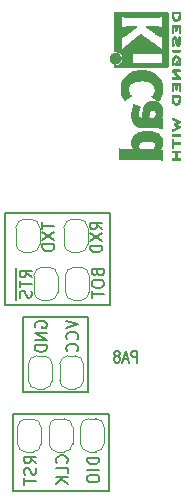
<source format=gbr>
%TF.GenerationSoftware,KiCad,Pcbnew,(6.0.4)*%
%TF.CreationDate,2022-06-12T07:49:14+08:00*%
%TF.ProjectId,G030F6P6_test,47303330-4636-4503-965f-746573742e6b,rev?*%
%TF.SameCoordinates,Original*%
%TF.FileFunction,Legend,Bot*%
%TF.FilePolarity,Positive*%
%FSLAX46Y46*%
G04 Gerber Fmt 4.6, Leading zero omitted, Abs format (unit mm)*
G04 Created by KiCad (PCBNEW (6.0.4)) date 2022-06-12 07:49:14*
%MOMM*%
%LPD*%
G01*
G04 APERTURE LIST*
%ADD10C,0.150000*%
%ADD11C,0.200000*%
%ADD12C,0.120000*%
%ADD13C,0.010000*%
G04 APERTURE END LIST*
D10*
X126746000Y-74295000D02*
X135636000Y-74295000D01*
X135636000Y-74295000D02*
X135636000Y-82042000D01*
X135636000Y-82042000D02*
X126746000Y-82042000D01*
X126746000Y-82042000D02*
X126746000Y-74295000D01*
D11*
X127381000Y-91313000D02*
X135509000Y-91313000D01*
X135509000Y-91313000D02*
X135509000Y-97790000D01*
X135509000Y-97790000D02*
X127381000Y-97790000D01*
X127381000Y-97790000D02*
X127381000Y-91313000D01*
D10*
X128270000Y-89408000D02*
X133731000Y-89408000D01*
X133731000Y-89408000D02*
X133731000Y-83058000D01*
X133731000Y-83058000D02*
X128270000Y-83058000D01*
X128270000Y-83058000D02*
X128270000Y-89408000D01*
X131929142Y-95416761D02*
X131976761Y-95369142D01*
X132024380Y-95226285D01*
X132024380Y-95131047D01*
X131976761Y-94988190D01*
X131881523Y-94892952D01*
X131786285Y-94845333D01*
X131595809Y-94797714D01*
X131452952Y-94797714D01*
X131262476Y-94845333D01*
X131167238Y-94892952D01*
X131072000Y-94988190D01*
X131024380Y-95131047D01*
X131024380Y-95226285D01*
X131072000Y-95369142D01*
X131119619Y-95416761D01*
X132024380Y-96321523D02*
X132024380Y-95845333D01*
X131024380Y-95845333D01*
X132024380Y-96654857D02*
X131024380Y-96654857D01*
X132024380Y-97226285D02*
X131452952Y-96797714D01*
X131024380Y-97226285D02*
X131595809Y-96654857D01*
X129881380Y-75065095D02*
X129881380Y-75636523D01*
X130881380Y-75350809D02*
X129881380Y-75350809D01*
X129881380Y-75874619D02*
X130881380Y-76541285D01*
X129881380Y-76541285D02*
X130881380Y-75874619D01*
X130881380Y-76922238D02*
X129881380Y-76922238D01*
X129881380Y-77160333D01*
X129929000Y-77303190D01*
X130024238Y-77398428D01*
X130119476Y-77446047D01*
X130309952Y-77493666D01*
X130452809Y-77493666D01*
X130643285Y-77446047D01*
X130738523Y-77398428D01*
X130833761Y-77303190D01*
X130881380Y-77160333D01*
X130881380Y-76922238D01*
X134691380Y-94988190D02*
X133691380Y-94988190D01*
X133691380Y-95226285D01*
X133739000Y-95369142D01*
X133834238Y-95464380D01*
X133929476Y-95512000D01*
X134119952Y-95559619D01*
X134262809Y-95559619D01*
X134453285Y-95512000D01*
X134548523Y-95464380D01*
X134643761Y-95369142D01*
X134691380Y-95226285D01*
X134691380Y-94988190D01*
X134691380Y-95988190D02*
X133691380Y-95988190D01*
X133691380Y-96654857D02*
X133691380Y-96845333D01*
X133739000Y-96940571D01*
X133834238Y-97035809D01*
X134024714Y-97083428D01*
X134358047Y-97083428D01*
X134548523Y-97035809D01*
X134643761Y-96940571D01*
X134691380Y-96845333D01*
X134691380Y-96654857D01*
X134643761Y-96559619D01*
X134548523Y-96464380D01*
X134358047Y-96416761D01*
X134024714Y-96416761D01*
X133834238Y-96464380D01*
X133739000Y-96559619D01*
X133691380Y-96654857D01*
X129357380Y-95464380D02*
X128881190Y-95131047D01*
X129357380Y-94892952D02*
X128357380Y-94892952D01*
X128357380Y-95273904D01*
X128405000Y-95369142D01*
X128452619Y-95416761D01*
X128547857Y-95464380D01*
X128690714Y-95464380D01*
X128785952Y-95416761D01*
X128833571Y-95369142D01*
X128881190Y-95273904D01*
X128881190Y-94892952D01*
X129309761Y-95845333D02*
X129357380Y-95988190D01*
X129357380Y-96226285D01*
X129309761Y-96321523D01*
X129262142Y-96369142D01*
X129166904Y-96416761D01*
X129071666Y-96416761D01*
X128976428Y-96369142D01*
X128928809Y-96321523D01*
X128881190Y-96226285D01*
X128833571Y-96035809D01*
X128785952Y-95940571D01*
X128738333Y-95892952D01*
X128643095Y-95845333D01*
X128547857Y-95845333D01*
X128452619Y-95892952D01*
X128405000Y-95940571D01*
X128357380Y-96035809D01*
X128357380Y-96273904D01*
X128405000Y-96416761D01*
X128357380Y-96702476D02*
X128357380Y-97273904D01*
X129357380Y-96988190D02*
X128357380Y-96988190D01*
X137888023Y-86939380D02*
X137888023Y-85939380D01*
X137583261Y-85939380D01*
X137507071Y-85987000D01*
X137468976Y-86034619D01*
X137430880Y-86129857D01*
X137430880Y-86272714D01*
X137468976Y-86367952D01*
X137507071Y-86415571D01*
X137583261Y-86463190D01*
X137888023Y-86463190D01*
X137126119Y-86653666D02*
X136745166Y-86653666D01*
X137202309Y-86939380D02*
X136935642Y-85939380D01*
X136668976Y-86939380D01*
X136288023Y-86367952D02*
X136364214Y-86320333D01*
X136402309Y-86272714D01*
X136440404Y-86177476D01*
X136440404Y-86129857D01*
X136402309Y-86034619D01*
X136364214Y-85987000D01*
X136288023Y-85939380D01*
X136135642Y-85939380D01*
X136059452Y-85987000D01*
X136021357Y-86034619D01*
X135983261Y-86129857D01*
X135983261Y-86177476D01*
X136021357Y-86272714D01*
X136059452Y-86320333D01*
X136135642Y-86367952D01*
X136288023Y-86367952D01*
X136364214Y-86415571D01*
X136402309Y-86463190D01*
X136440404Y-86558428D01*
X136440404Y-86748904D01*
X136402309Y-86844142D01*
X136364214Y-86891761D01*
X136288023Y-86939380D01*
X136135642Y-86939380D01*
X136059452Y-86891761D01*
X136021357Y-86844142D01*
X135983261Y-86748904D01*
X135983261Y-86558428D01*
X136021357Y-86463190D01*
X136059452Y-86415571D01*
X136135642Y-86367952D01*
X131913380Y-83375666D02*
X132913380Y-83709000D01*
X131913380Y-84042333D01*
X132818142Y-84947095D02*
X132865761Y-84899476D01*
X132913380Y-84756619D01*
X132913380Y-84661380D01*
X132865761Y-84518523D01*
X132770523Y-84423285D01*
X132675285Y-84375666D01*
X132484809Y-84328047D01*
X132341952Y-84328047D01*
X132151476Y-84375666D01*
X132056238Y-84423285D01*
X131961000Y-84518523D01*
X131913380Y-84661380D01*
X131913380Y-84756619D01*
X131961000Y-84899476D01*
X132008619Y-84947095D01*
X132818142Y-85947095D02*
X132865761Y-85899476D01*
X132913380Y-85756619D01*
X132913380Y-85661380D01*
X132865761Y-85518523D01*
X132770523Y-85423285D01*
X132675285Y-85375666D01*
X132484809Y-85328047D01*
X132341952Y-85328047D01*
X132151476Y-85375666D01*
X132056238Y-85423285D01*
X131961000Y-85518523D01*
X131913380Y-85661380D01*
X131913380Y-85756619D01*
X131961000Y-85899476D01*
X132008619Y-85947095D01*
X134548571Y-79303666D02*
X134596190Y-79446523D01*
X134643809Y-79494142D01*
X134739047Y-79541761D01*
X134881904Y-79541761D01*
X134977142Y-79494142D01*
X135024761Y-79446523D01*
X135072380Y-79351285D01*
X135072380Y-78970333D01*
X134072380Y-78970333D01*
X134072380Y-79303666D01*
X134120000Y-79398904D01*
X134167619Y-79446523D01*
X134262857Y-79494142D01*
X134358095Y-79494142D01*
X134453333Y-79446523D01*
X134500952Y-79398904D01*
X134548571Y-79303666D01*
X134548571Y-78970333D01*
X134072380Y-80160809D02*
X134072380Y-80351285D01*
X134120000Y-80446523D01*
X134215238Y-80541761D01*
X134405714Y-80589380D01*
X134739047Y-80589380D01*
X134929523Y-80541761D01*
X135024761Y-80446523D01*
X135072380Y-80351285D01*
X135072380Y-80160809D01*
X135024761Y-80065571D01*
X134929523Y-79970333D01*
X134739047Y-79922714D01*
X134405714Y-79922714D01*
X134215238Y-79970333D01*
X134120000Y-80065571D01*
X134072380Y-80160809D01*
X134072380Y-80875095D02*
X134072380Y-81446523D01*
X135072380Y-81160809D02*
X134072380Y-81160809D01*
X134945380Y-75660333D02*
X134469190Y-75327000D01*
X134945380Y-75088904D02*
X133945380Y-75088904D01*
X133945380Y-75469857D01*
X133993000Y-75565095D01*
X134040619Y-75612714D01*
X134135857Y-75660333D01*
X134278714Y-75660333D01*
X134373952Y-75612714D01*
X134421571Y-75565095D01*
X134469190Y-75469857D01*
X134469190Y-75088904D01*
X133945380Y-75993666D02*
X134945380Y-76660333D01*
X133945380Y-76660333D02*
X134945380Y-75993666D01*
X134945380Y-77041285D02*
X133945380Y-77041285D01*
X133945380Y-77279380D01*
X133993000Y-77422238D01*
X134088238Y-77517476D01*
X134183476Y-77565095D01*
X134373952Y-77612714D01*
X134516809Y-77612714D01*
X134707285Y-77565095D01*
X134802523Y-77517476D01*
X134897761Y-77422238D01*
X134945380Y-77279380D01*
X134945380Y-77041285D01*
X129294000Y-83947095D02*
X129246380Y-83851857D01*
X129246380Y-83709000D01*
X129294000Y-83566142D01*
X129389238Y-83470904D01*
X129484476Y-83423285D01*
X129674952Y-83375666D01*
X129817809Y-83375666D01*
X130008285Y-83423285D01*
X130103523Y-83470904D01*
X130198761Y-83566142D01*
X130246380Y-83709000D01*
X130246380Y-83804238D01*
X130198761Y-83947095D01*
X130151142Y-83994714D01*
X129817809Y-83994714D01*
X129817809Y-83804238D01*
X130246380Y-84423285D02*
X129246380Y-84423285D01*
X130246380Y-84994714D01*
X129246380Y-84994714D01*
X130246380Y-85470904D02*
X129246380Y-85470904D01*
X129246380Y-85709000D01*
X129294000Y-85851857D01*
X129389238Y-85947095D01*
X129484476Y-85994714D01*
X129674952Y-86042333D01*
X129817809Y-86042333D01*
X130008285Y-85994714D01*
X130103523Y-85947095D01*
X130198761Y-85851857D01*
X130246380Y-85709000D01*
X130246380Y-85470904D01*
X127694000Y-78906857D02*
X127694000Y-79906857D01*
X128976380Y-79716380D02*
X128500190Y-79383047D01*
X128976380Y-79144952D02*
X127976380Y-79144952D01*
X127976380Y-79525904D01*
X128024000Y-79621142D01*
X128071619Y-79668761D01*
X128166857Y-79716380D01*
X128309714Y-79716380D01*
X128404952Y-79668761D01*
X128452571Y-79621142D01*
X128500190Y-79525904D01*
X128500190Y-79144952D01*
X127694000Y-79906857D02*
X127694000Y-80668761D01*
X127976380Y-80002095D02*
X127976380Y-80573523D01*
X128976380Y-80287809D02*
X127976380Y-80287809D01*
X127694000Y-80668761D02*
X127694000Y-81621142D01*
X128928761Y-80859238D02*
X128976380Y-81002095D01*
X128976380Y-81240190D01*
X128928761Y-81335428D01*
X128881142Y-81383047D01*
X128785904Y-81430666D01*
X128690666Y-81430666D01*
X128595428Y-81383047D01*
X128547809Y-81335428D01*
X128500190Y-81240190D01*
X128452571Y-81049714D01*
X128404952Y-80954476D01*
X128357333Y-80906857D01*
X128262095Y-80859238D01*
X128166857Y-80859238D01*
X128071619Y-80906857D01*
X128024000Y-80954476D01*
X127976380Y-81049714D01*
X127976380Y-81287809D01*
X128024000Y-81430666D01*
D12*
%TO.C,JP3*%
X131175000Y-80964000D02*
X131175000Y-79564000D01*
X129875000Y-81664000D02*
X130475000Y-81664000D01*
X130475000Y-78864000D02*
X129875000Y-78864000D01*
X129175000Y-79564000D02*
X129175000Y-80964000D01*
X131175000Y-79564000D02*
G75*
G03*
X130475000Y-78864000I-699999J1D01*
G01*
X129875000Y-78864000D02*
G75*
G03*
X129175000Y-79564000I-1J-699999D01*
G01*
X130475000Y-81664000D02*
G75*
G03*
X131175000Y-80964000I0J700000D01*
G01*
X129175000Y-80964000D02*
G75*
G03*
X129875000Y-81664000I700000J0D01*
G01*
%TO.C,JP7*%
X134412000Y-91676000D02*
X133812000Y-91676000D01*
X133812000Y-94476000D02*
X134412000Y-94476000D01*
X133112000Y-92376000D02*
X133112000Y-93776000D01*
X135112000Y-93776000D02*
X135112000Y-92376000D01*
X133812000Y-91676000D02*
G75*
G03*
X133112000Y-92376000I0J-700000D01*
G01*
X133112000Y-93776000D02*
G75*
G03*
X133812000Y-94476000I699999J-1D01*
G01*
X134412000Y-94476000D02*
G75*
G03*
X135112000Y-93776000I1J699999D01*
G01*
X135112000Y-92376000D02*
G75*
G03*
X134412000Y-91676000I-700000J0D01*
G01*
%TO.C,REF\u002A\u002A*%
G36*
X136091307Y-60695331D02*
G01*
X136132450Y-60697540D01*
X136164582Y-60703106D01*
X136195122Y-60713414D01*
X136231489Y-60729852D01*
X136258728Y-60743800D01*
X136344429Y-60802335D01*
X136413617Y-60874381D01*
X136464741Y-60958053D01*
X136496250Y-61051469D01*
X136503225Y-61084566D01*
X136510094Y-61125040D01*
X136511919Y-61158001D01*
X136508947Y-61192302D01*
X136501426Y-61236800D01*
X136489002Y-61288066D01*
X136451112Y-61378566D01*
X136396836Y-61457655D01*
X136328770Y-61523472D01*
X136249511Y-61574160D01*
X136161654Y-61607860D01*
X136067795Y-61622714D01*
X135970530Y-61616864D01*
X135874220Y-61590601D01*
X135785494Y-61545582D01*
X135710419Y-61484627D01*
X135650641Y-61409816D01*
X135607809Y-61323232D01*
X135583571Y-61226957D01*
X135579576Y-61123072D01*
X135589850Y-61045438D01*
X135617053Y-60962687D01*
X135662484Y-60887594D01*
X135728302Y-60815702D01*
X135772567Y-60777154D01*
X135830961Y-60737744D01*
X135891586Y-60712554D01*
X135960865Y-60699139D01*
X136045222Y-60695052D01*
X136091307Y-60695331D01*
G37*
D13*
X136091307Y-60695331D02*
X136132450Y-60697540D01*
X136164582Y-60703106D01*
X136195122Y-60713414D01*
X136231489Y-60729852D01*
X136258728Y-60743800D01*
X136344429Y-60802335D01*
X136413617Y-60874381D01*
X136464741Y-60958053D01*
X136496250Y-61051469D01*
X136503225Y-61084566D01*
X136510094Y-61125040D01*
X136511919Y-61158001D01*
X136508947Y-61192302D01*
X136501426Y-61236800D01*
X136489002Y-61288066D01*
X136451112Y-61378566D01*
X136396836Y-61457655D01*
X136328770Y-61523472D01*
X136249511Y-61574160D01*
X136161654Y-61607860D01*
X136067795Y-61622714D01*
X135970530Y-61616864D01*
X135874220Y-61590601D01*
X135785494Y-61545582D01*
X135710419Y-61484627D01*
X135650641Y-61409816D01*
X135607809Y-61323232D01*
X135583571Y-61226957D01*
X135579576Y-61123072D01*
X135589850Y-61045438D01*
X135617053Y-60962687D01*
X135662484Y-60887594D01*
X135728302Y-60815702D01*
X135772567Y-60777154D01*
X135830961Y-60737744D01*
X135891586Y-60712554D01*
X135960865Y-60699139D01*
X136045222Y-60695052D01*
X136091307Y-60695331D01*
G36*
X140952178Y-67989083D02*
G01*
X140953631Y-67990443D01*
X140961992Y-68001646D01*
X140967547Y-68018748D01*
X140970840Y-68045918D01*
X140972418Y-68087322D01*
X140972822Y-68147127D01*
X140972822Y-68286489D01*
X141236589Y-68286489D01*
X141312417Y-68286564D01*
X141379083Y-68286972D01*
X141428867Y-68287954D01*
X141464784Y-68289750D01*
X141489850Y-68292601D01*
X141507081Y-68296747D01*
X141519492Y-68302429D01*
X141530100Y-68309886D01*
X141532906Y-68312176D01*
X141555548Y-68343354D01*
X141557112Y-68377734D01*
X141537267Y-68410666D01*
X141529191Y-68417645D01*
X141518593Y-68423117D01*
X141502749Y-68427137D01*
X141478773Y-68429928D01*
X141443774Y-68431712D01*
X141394864Y-68432711D01*
X141329154Y-68433148D01*
X141243756Y-68433244D01*
X140972822Y-68433244D01*
X140972822Y-68579180D01*
X140972821Y-68590280D01*
X140972596Y-68646798D01*
X140971457Y-68685642D01*
X140968657Y-68711035D01*
X140963450Y-68727196D01*
X140955089Y-68738348D01*
X140942826Y-68748711D01*
X140912138Y-68764559D01*
X140878358Y-68761457D01*
X140845822Y-68735813D01*
X140842105Y-68730871D01*
X140837269Y-68720662D01*
X140833506Y-68705236D01*
X140830683Y-68682114D01*
X140828670Y-68648817D01*
X140827333Y-68602863D01*
X140826542Y-68541772D01*
X140826163Y-68463065D01*
X140826067Y-68364260D01*
X140826068Y-68344233D01*
X140826158Y-68250110D01*
X140826498Y-68175595D01*
X140827239Y-68118189D01*
X140828535Y-68075389D01*
X140830537Y-68044696D01*
X140833396Y-68023609D01*
X140837266Y-68009627D01*
X140842298Y-68000250D01*
X140848645Y-67992978D01*
X140881362Y-67974172D01*
X140918939Y-67972725D01*
X140952178Y-67989083D01*
G37*
X140952178Y-67989083D02*
X140953631Y-67990443D01*
X140961992Y-68001646D01*
X140967547Y-68018748D01*
X140970840Y-68045918D01*
X140972418Y-68087322D01*
X140972822Y-68147127D01*
X140972822Y-68286489D01*
X141236589Y-68286489D01*
X141312417Y-68286564D01*
X141379083Y-68286972D01*
X141428867Y-68287954D01*
X141464784Y-68289750D01*
X141489850Y-68292601D01*
X141507081Y-68296747D01*
X141519492Y-68302429D01*
X141530100Y-68309886D01*
X141532906Y-68312176D01*
X141555548Y-68343354D01*
X141557112Y-68377734D01*
X141537267Y-68410666D01*
X141529191Y-68417645D01*
X141518593Y-68423117D01*
X141502749Y-68427137D01*
X141478773Y-68429928D01*
X141443774Y-68431712D01*
X141394864Y-68432711D01*
X141329154Y-68433148D01*
X141243756Y-68433244D01*
X140972822Y-68433244D01*
X140972822Y-68579180D01*
X140972821Y-68590280D01*
X140972596Y-68646798D01*
X140971457Y-68685642D01*
X140968657Y-68711035D01*
X140963450Y-68727196D01*
X140955089Y-68738348D01*
X140942826Y-68748711D01*
X140912138Y-68764559D01*
X140878358Y-68761457D01*
X140845822Y-68735813D01*
X140842105Y-68730871D01*
X140837269Y-68720662D01*
X140833506Y-68705236D01*
X140830683Y-68682114D01*
X140828670Y-68648817D01*
X140827333Y-68602863D01*
X140826542Y-68541772D01*
X140826163Y-68463065D01*
X140826067Y-68364260D01*
X140826068Y-68344233D01*
X140826158Y-68250110D01*
X140826498Y-68175595D01*
X140827239Y-68118189D01*
X140828535Y-68075389D01*
X140830537Y-68044696D01*
X140833396Y-68023609D01*
X140837266Y-68009627D01*
X140842298Y-68000250D01*
X140848645Y-67992978D01*
X140881362Y-67974172D01*
X140918939Y-67972725D01*
X140952178Y-67989083D01*
G36*
X140908915Y-66204772D02*
G01*
X140943481Y-66217636D01*
X140991826Y-66237395D01*
X141050825Y-66262619D01*
X141117355Y-66291881D01*
X141188291Y-66323750D01*
X141260507Y-66356799D01*
X141330880Y-66389599D01*
X141396285Y-66420720D01*
X141453597Y-66448735D01*
X141499692Y-66472214D01*
X141531446Y-66489728D01*
X141545733Y-66499849D01*
X141559102Y-66534257D01*
X141552741Y-66575954D01*
X141548044Y-66581319D01*
X141525893Y-66597148D01*
X141489132Y-66619350D01*
X141441415Y-66645767D01*
X141386393Y-66674240D01*
X141227150Y-66754014D01*
X141373742Y-66827201D01*
X141393032Y-66836897D01*
X141445380Y-66863875D01*
X141490170Y-66887904D01*
X141523154Y-66906668D01*
X141540089Y-66917854D01*
X141541332Y-66919000D01*
X141556619Y-66947121D01*
X141558302Y-66982183D01*
X141545733Y-67013224D01*
X141542884Y-67015650D01*
X141522259Y-67027910D01*
X141484708Y-67047648D01*
X141432880Y-67073552D01*
X141369423Y-67104315D01*
X141296985Y-67138625D01*
X141218216Y-67175175D01*
X141174093Y-67195415D01*
X141093365Y-67232188D01*
X141029687Y-67260645D01*
X140980752Y-67281669D01*
X140944257Y-67296146D01*
X140917895Y-67304961D01*
X140899361Y-67308996D01*
X140886352Y-67309138D01*
X140876561Y-67306270D01*
X140855678Y-67291613D01*
X140835377Y-67265010D01*
X140835035Y-67264255D01*
X140828034Y-67244665D01*
X140827504Y-67227210D01*
X140835478Y-67210298D01*
X140853989Y-67192337D01*
X140885071Y-67171737D01*
X140930756Y-67146905D01*
X140993078Y-67116250D01*
X141074071Y-67078180D01*
X141105454Y-67063546D01*
X141168638Y-67033797D01*
X141223244Y-67007703D01*
X141266290Y-66986708D01*
X141294793Y-66972261D01*
X141305770Y-66965809D01*
X141305189Y-66964450D01*
X141291242Y-66954458D01*
X141261704Y-66937167D01*
X141220087Y-66914570D01*
X141169903Y-66888662D01*
X141138414Y-66872689D01*
X141083061Y-66843739D01*
X141044044Y-66821251D01*
X141018566Y-66803035D01*
X141003831Y-66786904D01*
X140997042Y-66770670D01*
X140995400Y-66752143D01*
X140995875Y-66741640D01*
X141000082Y-66725524D01*
X141010946Y-66710210D01*
X141031219Y-66693612D01*
X141063654Y-66673643D01*
X141111004Y-66648217D01*
X141176022Y-66615248D01*
X141195277Y-66605515D01*
X141241946Y-66581057D01*
X141278109Y-66560822D01*
X141300497Y-66546689D01*
X141305845Y-66540540D01*
X141302573Y-66539173D01*
X141281664Y-66529798D01*
X141244725Y-66512938D01*
X141194874Y-66490021D01*
X141135226Y-66462480D01*
X141068898Y-66431745D01*
X141011677Y-66405030D01*
X140949688Y-66375407D01*
X140903949Y-66352336D01*
X140871908Y-66334357D01*
X140851014Y-66320010D01*
X140838718Y-66307834D01*
X140832466Y-66296368D01*
X140829574Y-66286958D01*
X140829425Y-66261853D01*
X140844768Y-66234710D01*
X140845753Y-66233410D01*
X140868388Y-66211326D01*
X140890613Y-66200277D01*
X140891253Y-66200231D01*
X140908915Y-66204772D01*
G37*
X140908915Y-66204772D02*
X140943481Y-66217636D01*
X140991826Y-66237395D01*
X141050825Y-66262619D01*
X141117355Y-66291881D01*
X141188291Y-66323750D01*
X141260507Y-66356799D01*
X141330880Y-66389599D01*
X141396285Y-66420720D01*
X141453597Y-66448735D01*
X141499692Y-66472214D01*
X141531446Y-66489728D01*
X141545733Y-66499849D01*
X141559102Y-66534257D01*
X141552741Y-66575954D01*
X141548044Y-66581319D01*
X141525893Y-66597148D01*
X141489132Y-66619350D01*
X141441415Y-66645767D01*
X141386393Y-66674240D01*
X141227150Y-66754014D01*
X141373742Y-66827201D01*
X141393032Y-66836897D01*
X141445380Y-66863875D01*
X141490170Y-66887904D01*
X141523154Y-66906668D01*
X141540089Y-66917854D01*
X141541332Y-66919000D01*
X141556619Y-66947121D01*
X141558302Y-66982183D01*
X141545733Y-67013224D01*
X141542884Y-67015650D01*
X141522259Y-67027910D01*
X141484708Y-67047648D01*
X141432880Y-67073552D01*
X141369423Y-67104315D01*
X141296985Y-67138625D01*
X141218216Y-67175175D01*
X141174093Y-67195415D01*
X141093365Y-67232188D01*
X141029687Y-67260645D01*
X140980752Y-67281669D01*
X140944257Y-67296146D01*
X140917895Y-67304961D01*
X140899361Y-67308996D01*
X140886352Y-67309138D01*
X140876561Y-67306270D01*
X140855678Y-67291613D01*
X140835377Y-67265010D01*
X140835035Y-67264255D01*
X140828034Y-67244665D01*
X140827504Y-67227210D01*
X140835478Y-67210298D01*
X140853989Y-67192337D01*
X140885071Y-67171737D01*
X140930756Y-67146905D01*
X140993078Y-67116250D01*
X141074071Y-67078180D01*
X141105454Y-67063546D01*
X141168638Y-67033797D01*
X141223244Y-67007703D01*
X141266290Y-66986708D01*
X141294793Y-66972261D01*
X141305770Y-66965809D01*
X141305189Y-66964450D01*
X141291242Y-66954458D01*
X141261704Y-66937167D01*
X141220087Y-66914570D01*
X141169903Y-66888662D01*
X141138414Y-66872689D01*
X141083061Y-66843739D01*
X141044044Y-66821251D01*
X141018566Y-66803035D01*
X141003831Y-66786904D01*
X140997042Y-66770670D01*
X140995400Y-66752143D01*
X140995875Y-66741640D01*
X141000082Y-66725524D01*
X141010946Y-66710210D01*
X141031219Y-66693612D01*
X141063654Y-66673643D01*
X141111004Y-66648217D01*
X141176022Y-66615248D01*
X141195277Y-66605515D01*
X141241946Y-66581057D01*
X141278109Y-66560822D01*
X141300497Y-66546689D01*
X141305845Y-66540540D01*
X141302573Y-66539173D01*
X141281664Y-66529798D01*
X141244725Y-66512938D01*
X141194874Y-66490021D01*
X141135226Y-66462480D01*
X141068898Y-66431745D01*
X141011677Y-66405030D01*
X140949688Y-66375407D01*
X140903949Y-66352336D01*
X140871908Y-66334357D01*
X140851014Y-66320010D01*
X140838718Y-66307834D01*
X140832466Y-66296368D01*
X140829574Y-66286958D01*
X140829425Y-66261853D01*
X140844768Y-66234710D01*
X140845753Y-66233410D01*
X140868388Y-66211326D01*
X140890613Y-66200277D01*
X140891253Y-66200231D01*
X140908915Y-66204772D01*
G36*
X141252526Y-64312825D02*
G01*
X141331311Y-64313050D01*
X141392021Y-64313668D01*
X141413089Y-64314225D01*
X141437396Y-64314867D01*
X141470175Y-64316837D01*
X141493095Y-64319765D01*
X141508897Y-64323842D01*
X141520319Y-64329257D01*
X141530100Y-64336197D01*
X141559845Y-64359594D01*
X141559251Y-64525286D01*
X141558953Y-64560082D01*
X141555522Y-64658565D01*
X141547839Y-64739527D01*
X141535282Y-64806621D01*
X141517227Y-64863504D01*
X141493052Y-64913831D01*
X141491135Y-64917190D01*
X141454417Y-64975002D01*
X141417451Y-65017356D01*
X141373966Y-65050172D01*
X141317689Y-65079372D01*
X141308073Y-65083654D01*
X141244887Y-65106231D01*
X141189509Y-65113203D01*
X141134483Y-65104601D01*
X141072351Y-65080459D01*
X141070658Y-65079663D01*
X141001236Y-65039212D01*
X140944638Y-64988527D01*
X140900070Y-64925802D01*
X140866741Y-64849226D01*
X140843861Y-64756991D01*
X140830636Y-64647288D01*
X140826275Y-64518309D01*
X140826270Y-64514737D01*
X140826372Y-64470844D01*
X140972822Y-64470844D01*
X140973270Y-64558333D01*
X140975746Y-64625253D01*
X140986998Y-64717651D01*
X141006537Y-64796966D01*
X141033511Y-64858940D01*
X141054240Y-64889880D01*
X141084006Y-64918000D01*
X141126434Y-64941340D01*
X141142400Y-64948467D01*
X141174902Y-64960291D01*
X141199333Y-64962721D01*
X141224061Y-64957108D01*
X141239939Y-64951382D01*
X141299847Y-64918452D01*
X141345600Y-64871114D01*
X141378736Y-64807348D01*
X141400790Y-64725139D01*
X141401292Y-64722345D01*
X141407255Y-64676060D01*
X141411483Y-64619664D01*
X141413089Y-64564726D01*
X141413089Y-64470844D01*
X140972822Y-64470844D01*
X140826372Y-64470844D01*
X140826410Y-64454717D01*
X140827446Y-64412786D01*
X140830040Y-64384672D01*
X140834853Y-64366103D01*
X140842544Y-64352806D01*
X140853776Y-64340509D01*
X140881485Y-64312800D01*
X141190920Y-64312800D01*
X141252526Y-64312825D01*
G37*
X141252526Y-64312825D02*
X141331311Y-64313050D01*
X141392021Y-64313668D01*
X141413089Y-64314225D01*
X141437396Y-64314867D01*
X141470175Y-64316837D01*
X141493095Y-64319765D01*
X141508897Y-64323842D01*
X141520319Y-64329257D01*
X141530100Y-64336197D01*
X141559845Y-64359594D01*
X141559251Y-64525286D01*
X141558953Y-64560082D01*
X141555522Y-64658565D01*
X141547839Y-64739527D01*
X141535282Y-64806621D01*
X141517227Y-64863504D01*
X141493052Y-64913831D01*
X141491135Y-64917190D01*
X141454417Y-64975002D01*
X141417451Y-65017356D01*
X141373966Y-65050172D01*
X141317689Y-65079372D01*
X141308073Y-65083654D01*
X141244887Y-65106231D01*
X141189509Y-65113203D01*
X141134483Y-65104601D01*
X141072351Y-65080459D01*
X141070658Y-65079663D01*
X141001236Y-65039212D01*
X140944638Y-64988527D01*
X140900070Y-64925802D01*
X140866741Y-64849226D01*
X140843861Y-64756991D01*
X140830636Y-64647288D01*
X140826275Y-64518309D01*
X140826270Y-64514737D01*
X140826372Y-64470844D01*
X140972822Y-64470844D01*
X140973270Y-64558333D01*
X140975746Y-64625253D01*
X140986998Y-64717651D01*
X141006537Y-64796966D01*
X141033511Y-64858940D01*
X141054240Y-64889880D01*
X141084006Y-64918000D01*
X141126434Y-64941340D01*
X141142400Y-64948467D01*
X141174902Y-64960291D01*
X141199333Y-64962721D01*
X141224061Y-64957108D01*
X141239939Y-64951382D01*
X141299847Y-64918452D01*
X141345600Y-64871114D01*
X141378736Y-64807348D01*
X141400790Y-64725139D01*
X141401292Y-64722345D01*
X141407255Y-64676060D01*
X141411483Y-64619664D01*
X141413089Y-64564726D01*
X141413089Y-64470844D01*
X140972822Y-64470844D01*
X140826372Y-64470844D01*
X140826410Y-64454717D01*
X140827446Y-64412786D01*
X140830040Y-64384672D01*
X140834853Y-64366103D01*
X140842544Y-64352806D01*
X140853776Y-64340509D01*
X140881485Y-64312800D01*
X141190920Y-64312800D01*
X141252526Y-64312825D01*
G36*
X136800011Y-57223941D02*
G01*
X136947216Y-57223638D01*
X137111349Y-57223452D01*
X137293352Y-57223358D01*
X137494165Y-57223329D01*
X137714732Y-57223339D01*
X137955992Y-57223364D01*
X138218889Y-57223378D01*
X138261040Y-57223378D01*
X138521668Y-57223354D01*
X138760796Y-57223315D01*
X138979360Y-57223292D01*
X139178295Y-57223313D01*
X139358535Y-57223407D01*
X139521015Y-57223605D01*
X139666670Y-57223937D01*
X139796434Y-57224431D01*
X139911243Y-57225117D01*
X140012030Y-57226024D01*
X140099730Y-57227183D01*
X140175279Y-57228622D01*
X140239611Y-57230371D01*
X140293661Y-57232460D01*
X140338363Y-57234917D01*
X140374652Y-57237773D01*
X140403463Y-57241057D01*
X140425731Y-57244798D01*
X140442390Y-57249026D01*
X140454375Y-57253771D01*
X140462621Y-57259061D01*
X140468062Y-57264927D01*
X140471634Y-57271398D01*
X140474270Y-57278503D01*
X140476906Y-57286272D01*
X140480477Y-57294734D01*
X140482145Y-57299092D01*
X140484111Y-57307605D01*
X140485911Y-57320306D01*
X140487555Y-57338115D01*
X140489047Y-57361951D01*
X140490397Y-57392734D01*
X140491611Y-57431383D01*
X140492697Y-57478818D01*
X140493661Y-57535957D01*
X140494511Y-57603721D01*
X140495253Y-57683029D01*
X140495897Y-57774801D01*
X140496447Y-57879956D01*
X140496913Y-57999413D01*
X140497300Y-58134092D01*
X140497616Y-58284912D01*
X140497869Y-58452794D01*
X140498066Y-58638655D01*
X140498213Y-58843417D01*
X140498318Y-59067998D01*
X140498389Y-59313318D01*
X140498432Y-59580296D01*
X140498437Y-59618679D01*
X140498480Y-59884078D01*
X140498525Y-60127950D01*
X140498548Y-60351217D01*
X140498524Y-60554804D01*
X140498430Y-60739633D01*
X140498243Y-60906627D01*
X140497939Y-61056710D01*
X140497494Y-61190804D01*
X140496885Y-61309834D01*
X140496089Y-61414721D01*
X140495080Y-61506390D01*
X140493837Y-61585763D01*
X140492335Y-61653763D01*
X140490551Y-61711314D01*
X140488461Y-61759338D01*
X140486042Y-61798760D01*
X140483270Y-61830501D01*
X140480121Y-61855486D01*
X140476572Y-61874636D01*
X140472598Y-61888877D01*
X140468178Y-61899129D01*
X140463286Y-61906318D01*
X140457900Y-61911365D01*
X140451996Y-61915195D01*
X140445549Y-61918729D01*
X140438537Y-61922892D01*
X140436687Y-61923975D01*
X140431180Y-61926187D01*
X140422868Y-61928214D01*
X140410809Y-61930062D01*
X140394063Y-61931739D01*
X140371687Y-61933255D01*
X140342740Y-61934617D01*
X140306280Y-61935833D01*
X140261367Y-61936911D01*
X140207057Y-61937860D01*
X140142410Y-61938688D01*
X140066484Y-61939403D01*
X139978338Y-61940013D01*
X139877029Y-61940526D01*
X139761617Y-61940950D01*
X139631160Y-61941294D01*
X139484716Y-61941566D01*
X139321344Y-61941773D01*
X139140101Y-61941924D01*
X138940048Y-61942028D01*
X138720241Y-61942092D01*
X138479739Y-61942124D01*
X138217602Y-61942133D01*
X136026031Y-61942133D01*
X135987649Y-61903751D01*
X135963911Y-61876645D01*
X135952111Y-61849747D01*
X135949267Y-61813440D01*
X135949267Y-61761511D01*
X136037206Y-61761511D01*
X136087102Y-61759573D01*
X136197523Y-61740801D01*
X136298987Y-61703783D01*
X136390152Y-61650631D01*
X136469673Y-61583454D01*
X136491249Y-61557805D01*
X137461978Y-61557805D01*
X138638845Y-61560880D01*
X139815711Y-61563955D01*
X139874622Y-61590593D01*
X139899183Y-61602515D01*
X139929434Y-61619754D01*
X139946560Y-61632926D01*
X139954591Y-61640924D01*
X139969493Y-61648622D01*
X139970765Y-61644740D01*
X139972791Y-61621480D01*
X139974626Y-61579126D01*
X139976227Y-61519868D01*
X139977549Y-61445893D01*
X139978548Y-61359390D01*
X139979180Y-61262548D01*
X139979400Y-61157555D01*
X139979349Y-61088644D01*
X139979091Y-60990393D01*
X139978637Y-60900970D01*
X139978010Y-60822667D01*
X139977235Y-60757777D01*
X139976335Y-60708589D01*
X139975334Y-60677396D01*
X139974257Y-60666489D01*
X139971037Y-60667678D01*
X139953452Y-60677824D01*
X139927158Y-60694960D01*
X139914691Y-60703460D01*
X139900622Y-60712671D01*
X139886351Y-60720767D01*
X139870479Y-60727815D01*
X139851609Y-60733883D01*
X139828341Y-60739039D01*
X139799278Y-60743349D01*
X139763021Y-60746881D01*
X139718170Y-60749703D01*
X139663328Y-60751882D01*
X139597097Y-60753486D01*
X139518077Y-60754581D01*
X139424871Y-60755235D01*
X139316079Y-60755516D01*
X139190303Y-60755491D01*
X139046145Y-60755228D01*
X138882207Y-60754794D01*
X138697089Y-60754255D01*
X138518232Y-60753721D01*
X138359374Y-60753195D01*
X138220316Y-60752650D01*
X138099665Y-60752055D01*
X137996028Y-60751381D01*
X137908011Y-60750597D01*
X137834223Y-60749674D01*
X137773269Y-60748581D01*
X137723757Y-60747288D01*
X137684293Y-60745765D01*
X137653484Y-60743981D01*
X137629938Y-60741908D01*
X137612260Y-60739514D01*
X137599059Y-60736770D01*
X137588940Y-60733644D01*
X137580511Y-60730108D01*
X137572375Y-60726209D01*
X137535544Y-60706562D01*
X137505391Y-60687775D01*
X137503908Y-60686728D01*
X137481659Y-60672398D01*
X137468702Y-60666489D01*
X137468249Y-60667496D01*
X137466803Y-60684695D01*
X137465480Y-60721344D01*
X137464316Y-60775038D01*
X137463347Y-60843370D01*
X137462611Y-60923936D01*
X137462142Y-61014330D01*
X137461978Y-61112147D01*
X137461978Y-61557805D01*
X136491249Y-61557805D01*
X136536205Y-61504362D01*
X136588406Y-61415466D01*
X136624930Y-61318875D01*
X136644434Y-61216700D01*
X136645573Y-61111050D01*
X136627005Y-61004036D01*
X136587384Y-60897768D01*
X136529516Y-60800781D01*
X136454684Y-60715707D01*
X136366615Y-60646985D01*
X136267616Y-60596082D01*
X136159993Y-60564465D01*
X136046054Y-60553600D01*
X135949267Y-60553600D01*
X135949267Y-59325884D01*
X136558867Y-59325884D01*
X136559117Y-60457644D01*
X136589722Y-60418133D01*
X136597089Y-60408752D01*
X136651438Y-60345817D01*
X136719259Y-60277003D01*
X136802516Y-60200404D01*
X136903178Y-60114112D01*
X136923847Y-60096948D01*
X136973409Y-60056167D01*
X137034326Y-60006412D01*
X137104898Y-59949045D01*
X137183424Y-59885431D01*
X137268204Y-59816931D01*
X137357537Y-59744910D01*
X137449722Y-59670730D01*
X137468702Y-59655483D01*
X137543060Y-59595754D01*
X137635848Y-59521347D01*
X137726388Y-59448869D01*
X137812978Y-59379686D01*
X137893918Y-59315159D01*
X137967506Y-59256653D01*
X138032044Y-59205530D01*
X138085829Y-59163153D01*
X138127162Y-59130885D01*
X138154342Y-59110090D01*
X138165668Y-59102131D01*
X138169771Y-59103889D01*
X138190334Y-59116770D01*
X138226561Y-59141115D01*
X138276824Y-59175753D01*
X138339492Y-59219514D01*
X138412936Y-59271225D01*
X138495527Y-59329716D01*
X138585636Y-59393816D01*
X138681631Y-59462354D01*
X138781885Y-59534157D01*
X138884768Y-59608056D01*
X138988650Y-59682879D01*
X139091901Y-59757455D01*
X139192892Y-59830613D01*
X139289994Y-59901181D01*
X139381577Y-59967989D01*
X139466011Y-60029865D01*
X139541667Y-60085639D01*
X139606916Y-60134138D01*
X139660128Y-60174193D01*
X139699673Y-60204631D01*
X139725026Y-60225056D01*
X139779295Y-60271101D01*
X139835775Y-60321388D01*
X139885669Y-60368185D01*
X139979400Y-60459349D01*
X139979400Y-59304910D01*
X139903200Y-59305544D01*
X139861160Y-59304426D01*
X139825334Y-59298696D01*
X139787772Y-59286110D01*
X139739577Y-59264432D01*
X139732897Y-59261211D01*
X139683359Y-59235812D01*
X139635369Y-59209004D01*
X139598466Y-59186083D01*
X139591834Y-59181515D01*
X139560593Y-59159484D01*
X139515654Y-59127307D01*
X139459147Y-59086543D01*
X139393204Y-59038755D01*
X139319957Y-58985502D01*
X139241536Y-58928345D01*
X139160072Y-58868845D01*
X139077698Y-58808563D01*
X138996544Y-58749060D01*
X138918742Y-58691895D01*
X138846423Y-58638630D01*
X138781718Y-58590826D01*
X138726759Y-58550043D01*
X138683676Y-58517842D01*
X138654602Y-58495784D01*
X138641667Y-58485429D01*
X138637351Y-58480956D01*
X138635312Y-58476764D01*
X138637926Y-58473357D01*
X138646986Y-58470675D01*
X138664285Y-58468659D01*
X138691614Y-58467252D01*
X138730765Y-58466395D01*
X138783533Y-58466030D01*
X138851707Y-58466097D01*
X138937082Y-58466540D01*
X139041449Y-58467298D01*
X139166600Y-58468315D01*
X139211300Y-58468692D01*
X139332395Y-58469831D01*
X139433688Y-58471028D01*
X139517262Y-58472364D01*
X139585204Y-58473923D01*
X139639599Y-58475785D01*
X139682532Y-58478034D01*
X139716089Y-58480752D01*
X139742355Y-58484021D01*
X139763416Y-58487922D01*
X139781357Y-58492539D01*
X139807770Y-58500808D01*
X139869772Y-58524417D01*
X139922573Y-58550315D01*
X139959645Y-58575465D01*
X139961075Y-58576661D01*
X139965424Y-58578832D01*
X139969026Y-58576672D01*
X139971951Y-58568356D01*
X139974269Y-58552060D01*
X139976051Y-58525959D01*
X139977367Y-58488229D01*
X139978286Y-58437044D01*
X139978878Y-58370580D01*
X139979215Y-58287013D01*
X139979365Y-58184517D01*
X139979400Y-58061268D01*
X139979400Y-57529704D01*
X139921783Y-57568477D01*
X139912893Y-57574568D01*
X139898069Y-57585024D01*
X139884422Y-57594421D01*
X139870765Y-57602817D01*
X139855911Y-57610267D01*
X139838670Y-57616827D01*
X139817855Y-57622554D01*
X139792280Y-57627505D01*
X139760755Y-57631734D01*
X139722093Y-57635299D01*
X139675107Y-57638256D01*
X139618608Y-57640660D01*
X139551409Y-57642569D01*
X139472322Y-57644038D01*
X139380160Y-57645124D01*
X139273734Y-57645882D01*
X139151857Y-57646370D01*
X139013341Y-57646642D01*
X138856999Y-57646757D01*
X138681642Y-57646769D01*
X138486082Y-57646735D01*
X138269133Y-57646711D01*
X138146513Y-57646720D01*
X137941447Y-57646757D01*
X137757116Y-57646773D01*
X137592334Y-57646712D01*
X137445916Y-57646516D01*
X137316674Y-57646130D01*
X137203422Y-57645495D01*
X137104975Y-57644556D01*
X137020144Y-57643255D01*
X136947744Y-57641536D01*
X136886589Y-57639341D01*
X136835492Y-57636615D01*
X136793267Y-57633299D01*
X136758727Y-57629338D01*
X136730686Y-57624675D01*
X136707958Y-57619253D01*
X136689356Y-57613014D01*
X136673693Y-57605903D01*
X136659784Y-57597862D01*
X136646441Y-57588834D01*
X136632479Y-57578764D01*
X136616711Y-57567593D01*
X136558867Y-57527803D01*
X136558867Y-58587686D01*
X136621966Y-58549689D01*
X136647005Y-58535007D01*
X136674586Y-58520469D01*
X136702700Y-58508373D01*
X136733551Y-58498468D01*
X136769344Y-58490506D01*
X136812283Y-58484239D01*
X136864574Y-58479418D01*
X136928419Y-58475794D01*
X137006025Y-58473119D01*
X137099594Y-58471143D01*
X137211333Y-58469618D01*
X137343445Y-58468296D01*
X137463434Y-58467387D01*
X137580063Y-58466980D01*
X137675531Y-58467233D01*
X137749556Y-58468143D01*
X137801855Y-58469707D01*
X137832149Y-58471921D01*
X137840156Y-58474780D01*
X137836858Y-58477839D01*
X137815408Y-58495994D01*
X137778889Y-58525725D01*
X137729442Y-58565361D01*
X137669207Y-58613229D01*
X137600327Y-58667657D01*
X137524943Y-58726973D01*
X137445196Y-58789505D01*
X137363228Y-58853579D01*
X137281180Y-58917525D01*
X137201194Y-58979669D01*
X137125411Y-59038339D01*
X137055973Y-59091863D01*
X136995021Y-59138570D01*
X136944696Y-59176786D01*
X136907140Y-59204839D01*
X136884495Y-59221057D01*
X136812212Y-59266365D01*
X136732463Y-59306339D01*
X136664188Y-59327870D01*
X136606844Y-59331173D01*
X136558867Y-59325884D01*
X135949267Y-59325884D01*
X135949267Y-58933247D01*
X135949280Y-58722103D01*
X135949330Y-58517980D01*
X135949430Y-58334314D01*
X135949592Y-58170009D01*
X135949829Y-58023971D01*
X135950153Y-57895106D01*
X135950575Y-57782317D01*
X135951109Y-57684512D01*
X135951767Y-57600596D01*
X135952561Y-57529473D01*
X135953504Y-57470050D01*
X135954608Y-57421232D01*
X135955884Y-57381923D01*
X135957347Y-57351031D01*
X135959007Y-57327459D01*
X135960878Y-57310114D01*
X135962972Y-57297901D01*
X135965300Y-57289725D01*
X135967876Y-57284492D01*
X135971445Y-57278496D01*
X135974978Y-57271721D01*
X135978488Y-57265522D01*
X135982918Y-57259874D01*
X135989208Y-57254753D01*
X135998301Y-57250131D01*
X136011139Y-57245985D01*
X136028662Y-57242287D01*
X136051813Y-57239013D01*
X136081534Y-57236137D01*
X136118765Y-57233633D01*
X136164449Y-57231476D01*
X136219527Y-57229640D01*
X136284941Y-57228100D01*
X136361633Y-57226830D01*
X136450544Y-57225805D01*
X136552617Y-57224999D01*
X136558867Y-57224966D01*
X136668792Y-57224386D01*
X136800011Y-57223941D01*
G37*
X136800011Y-57223941D02*
X136947216Y-57223638D01*
X137111349Y-57223452D01*
X137293352Y-57223358D01*
X137494165Y-57223329D01*
X137714732Y-57223339D01*
X137955992Y-57223364D01*
X138218889Y-57223378D01*
X138261040Y-57223378D01*
X138521668Y-57223354D01*
X138760796Y-57223315D01*
X138979360Y-57223292D01*
X139178295Y-57223313D01*
X139358535Y-57223407D01*
X139521015Y-57223605D01*
X139666670Y-57223937D01*
X139796434Y-57224431D01*
X139911243Y-57225117D01*
X140012030Y-57226024D01*
X140099730Y-57227183D01*
X140175279Y-57228622D01*
X140239611Y-57230371D01*
X140293661Y-57232460D01*
X140338363Y-57234917D01*
X140374652Y-57237773D01*
X140403463Y-57241057D01*
X140425731Y-57244798D01*
X140442390Y-57249026D01*
X140454375Y-57253771D01*
X140462621Y-57259061D01*
X140468062Y-57264927D01*
X140471634Y-57271398D01*
X140474270Y-57278503D01*
X140476906Y-57286272D01*
X140480477Y-57294734D01*
X140482145Y-57299092D01*
X140484111Y-57307605D01*
X140485911Y-57320306D01*
X140487555Y-57338115D01*
X140489047Y-57361951D01*
X140490397Y-57392734D01*
X140491611Y-57431383D01*
X140492697Y-57478818D01*
X140493661Y-57535957D01*
X140494511Y-57603721D01*
X140495253Y-57683029D01*
X140495897Y-57774801D01*
X140496447Y-57879956D01*
X140496913Y-57999413D01*
X140497300Y-58134092D01*
X140497616Y-58284912D01*
X140497869Y-58452794D01*
X140498066Y-58638655D01*
X140498213Y-58843417D01*
X140498318Y-59067998D01*
X140498389Y-59313318D01*
X140498432Y-59580296D01*
X140498437Y-59618679D01*
X140498480Y-59884078D01*
X140498525Y-60127950D01*
X140498548Y-60351217D01*
X140498524Y-60554804D01*
X140498430Y-60739633D01*
X140498243Y-60906627D01*
X140497939Y-61056710D01*
X140497494Y-61190804D01*
X140496885Y-61309834D01*
X140496089Y-61414721D01*
X140495080Y-61506390D01*
X140493837Y-61585763D01*
X140492335Y-61653763D01*
X140490551Y-61711314D01*
X140488461Y-61759338D01*
X140486042Y-61798760D01*
X140483270Y-61830501D01*
X140480121Y-61855486D01*
X140476572Y-61874636D01*
X140472598Y-61888877D01*
X140468178Y-61899129D01*
X140463286Y-61906318D01*
X140457900Y-61911365D01*
X140451996Y-61915195D01*
X140445549Y-61918729D01*
X140438537Y-61922892D01*
X140436687Y-61923975D01*
X140431180Y-61926187D01*
X140422868Y-61928214D01*
X140410809Y-61930062D01*
X140394063Y-61931739D01*
X140371687Y-61933255D01*
X140342740Y-61934617D01*
X140306280Y-61935833D01*
X140261367Y-61936911D01*
X140207057Y-61937860D01*
X140142410Y-61938688D01*
X140066484Y-61939403D01*
X139978338Y-61940013D01*
X139877029Y-61940526D01*
X139761617Y-61940950D01*
X139631160Y-61941294D01*
X139484716Y-61941566D01*
X139321344Y-61941773D01*
X139140101Y-61941924D01*
X138940048Y-61942028D01*
X138720241Y-61942092D01*
X138479739Y-61942124D01*
X138217602Y-61942133D01*
X136026031Y-61942133D01*
X135987649Y-61903751D01*
X135963911Y-61876645D01*
X135952111Y-61849747D01*
X135949267Y-61813440D01*
X135949267Y-61761511D01*
X136037206Y-61761511D01*
X136087102Y-61759573D01*
X136197523Y-61740801D01*
X136298987Y-61703783D01*
X136390152Y-61650631D01*
X136469673Y-61583454D01*
X136491249Y-61557805D01*
X137461978Y-61557805D01*
X138638845Y-61560880D01*
X139815711Y-61563955D01*
X139874622Y-61590593D01*
X139899183Y-61602515D01*
X139929434Y-61619754D01*
X139946560Y-61632926D01*
X139954591Y-61640924D01*
X139969493Y-61648622D01*
X139970765Y-61644740D01*
X139972791Y-61621480D01*
X139974626Y-61579126D01*
X139976227Y-61519868D01*
X139977549Y-61445893D01*
X139978548Y-61359390D01*
X139979180Y-61262548D01*
X139979400Y-61157555D01*
X139979349Y-61088644D01*
X139979091Y-60990393D01*
X139978637Y-60900970D01*
X139978010Y-60822667D01*
X139977235Y-60757777D01*
X139976335Y-60708589D01*
X139975334Y-60677396D01*
X139974257Y-60666489D01*
X139971037Y-60667678D01*
X139953452Y-60677824D01*
X139927158Y-60694960D01*
X139914691Y-60703460D01*
X139900622Y-60712671D01*
X139886351Y-60720767D01*
X139870479Y-60727815D01*
X139851609Y-60733883D01*
X139828341Y-60739039D01*
X139799278Y-60743349D01*
X139763021Y-60746881D01*
X139718170Y-60749703D01*
X139663328Y-60751882D01*
X139597097Y-60753486D01*
X139518077Y-60754581D01*
X139424871Y-60755235D01*
X139316079Y-60755516D01*
X139190303Y-60755491D01*
X139046145Y-60755228D01*
X138882207Y-60754794D01*
X138697089Y-60754255D01*
X138518232Y-60753721D01*
X138359374Y-60753195D01*
X138220316Y-60752650D01*
X138099665Y-60752055D01*
X137996028Y-60751381D01*
X137908011Y-60750597D01*
X137834223Y-60749674D01*
X137773269Y-60748581D01*
X137723757Y-60747288D01*
X137684293Y-60745765D01*
X137653484Y-60743981D01*
X137629938Y-60741908D01*
X137612260Y-60739514D01*
X137599059Y-60736770D01*
X137588940Y-60733644D01*
X137580511Y-60730108D01*
X137572375Y-60726209D01*
X137535544Y-60706562D01*
X137505391Y-60687775D01*
X137503908Y-60686728D01*
X137481659Y-60672398D01*
X137468702Y-60666489D01*
X137468249Y-60667496D01*
X137466803Y-60684695D01*
X137465480Y-60721344D01*
X137464316Y-60775038D01*
X137463347Y-60843370D01*
X137462611Y-60923936D01*
X137462142Y-61014330D01*
X137461978Y-61112147D01*
X137461978Y-61557805D01*
X136491249Y-61557805D01*
X136536205Y-61504362D01*
X136588406Y-61415466D01*
X136624930Y-61318875D01*
X136644434Y-61216700D01*
X136645573Y-61111050D01*
X136627005Y-61004036D01*
X136587384Y-60897768D01*
X136529516Y-60800781D01*
X136454684Y-60715707D01*
X136366615Y-60646985D01*
X136267616Y-60596082D01*
X136159993Y-60564465D01*
X136046054Y-60553600D01*
X135949267Y-60553600D01*
X135949267Y-59325884D01*
X136558867Y-59325884D01*
X136559117Y-60457644D01*
X136589722Y-60418133D01*
X136597089Y-60408752D01*
X136651438Y-60345817D01*
X136719259Y-60277003D01*
X136802516Y-60200404D01*
X136903178Y-60114112D01*
X136923847Y-60096948D01*
X136973409Y-60056167D01*
X137034326Y-60006412D01*
X137104898Y-59949045D01*
X137183424Y-59885431D01*
X137268204Y-59816931D01*
X137357537Y-59744910D01*
X137449722Y-59670730D01*
X137468702Y-59655483D01*
X137543060Y-59595754D01*
X137635848Y-59521347D01*
X137726388Y-59448869D01*
X137812978Y-59379686D01*
X137893918Y-59315159D01*
X137967506Y-59256653D01*
X138032044Y-59205530D01*
X138085829Y-59163153D01*
X138127162Y-59130885D01*
X138154342Y-59110090D01*
X138165668Y-59102131D01*
X138169771Y-59103889D01*
X138190334Y-59116770D01*
X138226561Y-59141115D01*
X138276824Y-59175753D01*
X138339492Y-59219514D01*
X138412936Y-59271225D01*
X138495527Y-59329716D01*
X138585636Y-59393816D01*
X138681631Y-59462354D01*
X138781885Y-59534157D01*
X138884768Y-59608056D01*
X138988650Y-59682879D01*
X139091901Y-59757455D01*
X139192892Y-59830613D01*
X139289994Y-59901181D01*
X139381577Y-59967989D01*
X139466011Y-60029865D01*
X139541667Y-60085639D01*
X139606916Y-60134138D01*
X139660128Y-60174193D01*
X139699673Y-60204631D01*
X139725026Y-60225056D01*
X139779295Y-60271101D01*
X139835775Y-60321388D01*
X139885669Y-60368185D01*
X139979400Y-60459349D01*
X139979400Y-59304910D01*
X139903200Y-59305544D01*
X139861160Y-59304426D01*
X139825334Y-59298696D01*
X139787772Y-59286110D01*
X139739577Y-59264432D01*
X139732897Y-59261211D01*
X139683359Y-59235812D01*
X139635369Y-59209004D01*
X139598466Y-59186083D01*
X139591834Y-59181515D01*
X139560593Y-59159484D01*
X139515654Y-59127307D01*
X139459147Y-59086543D01*
X139393204Y-59038755D01*
X139319957Y-58985502D01*
X139241536Y-58928345D01*
X139160072Y-58868845D01*
X139077698Y-58808563D01*
X138996544Y-58749060D01*
X138918742Y-58691895D01*
X138846423Y-58638630D01*
X138781718Y-58590826D01*
X138726759Y-58550043D01*
X138683676Y-58517842D01*
X138654602Y-58495784D01*
X138641667Y-58485429D01*
X138637351Y-58480956D01*
X138635312Y-58476764D01*
X138637926Y-58473357D01*
X138646986Y-58470675D01*
X138664285Y-58468659D01*
X138691614Y-58467252D01*
X138730765Y-58466395D01*
X138783533Y-58466030D01*
X138851707Y-58466097D01*
X138937082Y-58466540D01*
X139041449Y-58467298D01*
X139166600Y-58468315D01*
X139211300Y-58468692D01*
X139332395Y-58469831D01*
X139433688Y-58471028D01*
X139517262Y-58472364D01*
X139585204Y-58473923D01*
X139639599Y-58475785D01*
X139682532Y-58478034D01*
X139716089Y-58480752D01*
X139742355Y-58484021D01*
X139763416Y-58487922D01*
X139781357Y-58492539D01*
X139807770Y-58500808D01*
X139869772Y-58524417D01*
X139922573Y-58550315D01*
X139959645Y-58575465D01*
X139961075Y-58576661D01*
X139965424Y-58578832D01*
X139969026Y-58576672D01*
X139971951Y-58568356D01*
X139974269Y-58552060D01*
X139976051Y-58525959D01*
X139977367Y-58488229D01*
X139978286Y-58437044D01*
X139978878Y-58370580D01*
X139979215Y-58287013D01*
X139979365Y-58184517D01*
X139979400Y-58061268D01*
X139979400Y-57529704D01*
X139921783Y-57568477D01*
X139912893Y-57574568D01*
X139898069Y-57585024D01*
X139884422Y-57594421D01*
X139870765Y-57602817D01*
X139855911Y-57610267D01*
X139838670Y-57616827D01*
X139817855Y-57622554D01*
X139792280Y-57627505D01*
X139760755Y-57631734D01*
X139722093Y-57635299D01*
X139675107Y-57638256D01*
X139618608Y-57640660D01*
X139551409Y-57642569D01*
X139472322Y-57644038D01*
X139380160Y-57645124D01*
X139273734Y-57645882D01*
X139151857Y-57646370D01*
X139013341Y-57646642D01*
X138856999Y-57646757D01*
X138681642Y-57646769D01*
X138486082Y-57646735D01*
X138269133Y-57646711D01*
X138146513Y-57646720D01*
X137941447Y-57646757D01*
X137757116Y-57646773D01*
X137592334Y-57646712D01*
X137445916Y-57646516D01*
X137316674Y-57646130D01*
X137203422Y-57645495D01*
X137104975Y-57644556D01*
X137020144Y-57643255D01*
X136947744Y-57641536D01*
X136886589Y-57639341D01*
X136835492Y-57636615D01*
X136793267Y-57633299D01*
X136758727Y-57629338D01*
X136730686Y-57624675D01*
X136707958Y-57619253D01*
X136689356Y-57613014D01*
X136673693Y-57605903D01*
X136659784Y-57597862D01*
X136646441Y-57588834D01*
X136632479Y-57578764D01*
X136616711Y-57567593D01*
X136558867Y-57527803D01*
X136558867Y-58587686D01*
X136621966Y-58549689D01*
X136647005Y-58535007D01*
X136674586Y-58520469D01*
X136702700Y-58508373D01*
X136733551Y-58498468D01*
X136769344Y-58490506D01*
X136812283Y-58484239D01*
X136864574Y-58479418D01*
X136928419Y-58475794D01*
X137006025Y-58473119D01*
X137099594Y-58471143D01*
X137211333Y-58469618D01*
X137343445Y-58468296D01*
X137463434Y-58467387D01*
X137580063Y-58466980D01*
X137675531Y-58467233D01*
X137749556Y-58468143D01*
X137801855Y-58469707D01*
X137832149Y-58471921D01*
X137840156Y-58474780D01*
X137836858Y-58477839D01*
X137815408Y-58495994D01*
X137778889Y-58525725D01*
X137729442Y-58565361D01*
X137669207Y-58613229D01*
X137600327Y-58667657D01*
X137524943Y-58726973D01*
X137445196Y-58789505D01*
X137363228Y-58853579D01*
X137281180Y-58917525D01*
X137201194Y-58979669D01*
X137125411Y-59038339D01*
X137055973Y-59091863D01*
X136995021Y-59138570D01*
X136944696Y-59176786D01*
X136907140Y-59204839D01*
X136884495Y-59221057D01*
X136812212Y-59266365D01*
X136732463Y-59306339D01*
X136664188Y-59327870D01*
X136606844Y-59331173D01*
X136558867Y-59325884D01*
X135949267Y-59325884D01*
X135949267Y-58933247D01*
X135949280Y-58722103D01*
X135949330Y-58517980D01*
X135949430Y-58334314D01*
X135949592Y-58170009D01*
X135949829Y-58023971D01*
X135950153Y-57895106D01*
X135950575Y-57782317D01*
X135951109Y-57684512D01*
X135951767Y-57600596D01*
X135952561Y-57529473D01*
X135953504Y-57470050D01*
X135954608Y-57421232D01*
X135955884Y-57381923D01*
X135957347Y-57351031D01*
X135959007Y-57327459D01*
X135960878Y-57310114D01*
X135962972Y-57297901D01*
X135965300Y-57289725D01*
X135967876Y-57284492D01*
X135971445Y-57278496D01*
X135974978Y-57271721D01*
X135978488Y-57265522D01*
X135982918Y-57259874D01*
X135989208Y-57254753D01*
X135998301Y-57250131D01*
X136011139Y-57245985D01*
X136028662Y-57242287D01*
X136051813Y-57239013D01*
X136081534Y-57236137D01*
X136118765Y-57233633D01*
X136164449Y-57231476D01*
X136219527Y-57229640D01*
X136284941Y-57228100D01*
X136361633Y-57226830D01*
X136450544Y-57225805D01*
X136552617Y-57224999D01*
X136558867Y-57224966D01*
X136668792Y-57224386D01*
X136800011Y-57223941D01*
G36*
X141278567Y-60452041D02*
G01*
X141352789Y-60452299D01*
X141409541Y-60452970D01*
X141451512Y-60454248D01*
X141481389Y-60456327D01*
X141501861Y-60459401D01*
X141515614Y-60463666D01*
X141525337Y-60469316D01*
X141533717Y-60476545D01*
X141555181Y-60508009D01*
X141556947Y-60543174D01*
X141537267Y-60576178D01*
X141531398Y-60581484D01*
X141522314Y-60586934D01*
X141508973Y-60591100D01*
X141488757Y-60594154D01*
X141459049Y-60596268D01*
X141417232Y-60597614D01*
X141360689Y-60598362D01*
X141286802Y-60598686D01*
X141192956Y-60598755D01*
X141117294Y-60598716D01*
X141039385Y-60598461D01*
X140979375Y-60597817D01*
X140934648Y-60596613D01*
X140902585Y-60594676D01*
X140880571Y-60591836D01*
X140865987Y-60587921D01*
X140856218Y-60582758D01*
X140848645Y-60576178D01*
X140829623Y-60546994D01*
X140830463Y-60513863D01*
X140853776Y-60479709D01*
X140881485Y-60452000D01*
X141194537Y-60452000D01*
X141278567Y-60452041D01*
G37*
X141278567Y-60452041D02*
X141352789Y-60452299D01*
X141409541Y-60452970D01*
X141451512Y-60454248D01*
X141481389Y-60456327D01*
X141501861Y-60459401D01*
X141515614Y-60463666D01*
X141525337Y-60469316D01*
X141533717Y-60476545D01*
X141555181Y-60508009D01*
X141556947Y-60543174D01*
X141537267Y-60576178D01*
X141531398Y-60581484D01*
X141522314Y-60586934D01*
X141508973Y-60591100D01*
X141488757Y-60594154D01*
X141459049Y-60596268D01*
X141417232Y-60597614D01*
X141360689Y-60598362D01*
X141286802Y-60598686D01*
X141192956Y-60598755D01*
X141117294Y-60598716D01*
X141039385Y-60598461D01*
X140979375Y-60597817D01*
X140934648Y-60596613D01*
X140902585Y-60594676D01*
X140880571Y-60591836D01*
X140865987Y-60587921D01*
X140856218Y-60582758D01*
X140848645Y-60576178D01*
X140829623Y-60546994D01*
X140830463Y-60513863D01*
X140853776Y-60479709D01*
X140881485Y-60452000D01*
X141194537Y-60452000D01*
X141278567Y-60452041D01*
G36*
X141263911Y-63296829D02*
G01*
X141342228Y-63297061D01*
X141402496Y-63297681D01*
X141447393Y-63298874D01*
X141479602Y-63300821D01*
X141501800Y-63303706D01*
X141516669Y-63307712D01*
X141526889Y-63313021D01*
X141535138Y-63319817D01*
X141539795Y-63324332D01*
X141546282Y-63332562D01*
X141551194Y-63343922D01*
X141554749Y-63361190D01*
X141557167Y-63387145D01*
X141558667Y-63424564D01*
X141559467Y-63476227D01*
X141559787Y-63544911D01*
X141559845Y-63633394D01*
X141559838Y-63653069D01*
X141559572Y-63740094D01*
X141558806Y-63807746D01*
X141557392Y-63858701D01*
X141555180Y-63895633D01*
X141552022Y-63921217D01*
X141547769Y-63938129D01*
X141542271Y-63949043D01*
X141532285Y-63959536D01*
X141501168Y-63972797D01*
X141465280Y-63971614D01*
X141433733Y-63955450D01*
X141431457Y-63953261D01*
X141425189Y-63944573D01*
X141420523Y-63931231D01*
X141417227Y-63910248D01*
X141415068Y-63878637D01*
X141413814Y-63833410D01*
X141413231Y-63771580D01*
X141413089Y-63690161D01*
X141413089Y-63443555D01*
X141255045Y-63443555D01*
X141255045Y-63605994D01*
X141254964Y-63641662D01*
X141254167Y-63697432D01*
X141252162Y-63736570D01*
X141248521Y-63763024D01*
X141242812Y-63780741D01*
X141234607Y-63793671D01*
X141231423Y-63797314D01*
X141200448Y-63815722D01*
X141164112Y-63816356D01*
X141130493Y-63798817D01*
X141130424Y-63798755D01*
X141121798Y-63789084D01*
X141115742Y-63775791D01*
X141111811Y-63755083D01*
X141109556Y-63723172D01*
X141108531Y-63676266D01*
X141108289Y-63610576D01*
X141108289Y-63442429D01*
X141043378Y-63445814D01*
X140978467Y-63449200D01*
X140975414Y-63691277D01*
X140975086Y-63716293D01*
X140973606Y-63797913D01*
X140971222Y-63860232D01*
X140967227Y-63905846D01*
X140960913Y-63937348D01*
X140951574Y-63957333D01*
X140938503Y-63968396D01*
X140920992Y-63973131D01*
X140898335Y-63974133D01*
X140895970Y-63974127D01*
X140875939Y-63972973D01*
X140860146Y-63968176D01*
X140848090Y-63957368D01*
X140839267Y-63938183D01*
X140833175Y-63908255D01*
X140829311Y-63865217D01*
X140827174Y-63806701D01*
X140826260Y-63730343D01*
X140826067Y-63633774D01*
X140826067Y-63343594D01*
X140855811Y-63320197D01*
X140862495Y-63315248D01*
X140873066Y-63309404D01*
X140887153Y-63304943D01*
X140907478Y-63301679D01*
X140936765Y-63299426D01*
X140977737Y-63297998D01*
X141033117Y-63297208D01*
X141105628Y-63296871D01*
X141197994Y-63296800D01*
X141263911Y-63296829D01*
G37*
X141263911Y-63296829D02*
X141342228Y-63297061D01*
X141402496Y-63297681D01*
X141447393Y-63298874D01*
X141479602Y-63300821D01*
X141501800Y-63303706D01*
X141516669Y-63307712D01*
X141526889Y-63313021D01*
X141535138Y-63319817D01*
X141539795Y-63324332D01*
X141546282Y-63332562D01*
X141551194Y-63343922D01*
X141554749Y-63361190D01*
X141557167Y-63387145D01*
X141558667Y-63424564D01*
X141559467Y-63476227D01*
X141559787Y-63544911D01*
X141559845Y-63633394D01*
X141559838Y-63653069D01*
X141559572Y-63740094D01*
X141558806Y-63807746D01*
X141557392Y-63858701D01*
X141555180Y-63895633D01*
X141552022Y-63921217D01*
X141547769Y-63938129D01*
X141542271Y-63949043D01*
X141532285Y-63959536D01*
X141501168Y-63972797D01*
X141465280Y-63971614D01*
X141433733Y-63955450D01*
X141431457Y-63953261D01*
X141425189Y-63944573D01*
X141420523Y-63931231D01*
X141417227Y-63910248D01*
X141415068Y-63878637D01*
X141413814Y-63833410D01*
X141413231Y-63771580D01*
X141413089Y-63690161D01*
X141413089Y-63443555D01*
X141255045Y-63443555D01*
X141255045Y-63605994D01*
X141254964Y-63641662D01*
X141254167Y-63697432D01*
X141252162Y-63736570D01*
X141248521Y-63763024D01*
X141242812Y-63780741D01*
X141234607Y-63793671D01*
X141231423Y-63797314D01*
X141200448Y-63815722D01*
X141164112Y-63816356D01*
X141130493Y-63798817D01*
X141130424Y-63798755D01*
X141121798Y-63789084D01*
X141115742Y-63775791D01*
X141111811Y-63755083D01*
X141109556Y-63723172D01*
X141108531Y-63676266D01*
X141108289Y-63610576D01*
X141108289Y-63442429D01*
X141043378Y-63445814D01*
X140978467Y-63449200D01*
X140975414Y-63691277D01*
X140975086Y-63716293D01*
X140973606Y-63797913D01*
X140971222Y-63860232D01*
X140967227Y-63905846D01*
X140960913Y-63937348D01*
X140951574Y-63957333D01*
X140938503Y-63968396D01*
X140920992Y-63973131D01*
X140898335Y-63974133D01*
X140895970Y-63974127D01*
X140875939Y-63972973D01*
X140860146Y-63968176D01*
X140848090Y-63957368D01*
X140839267Y-63938183D01*
X140833175Y-63908255D01*
X140829311Y-63865217D01*
X140827174Y-63806701D01*
X140826260Y-63730343D01*
X140826067Y-63633774D01*
X140826067Y-63343594D01*
X140855811Y-63320197D01*
X140862495Y-63315248D01*
X140873066Y-63309404D01*
X140887153Y-63304943D01*
X140907478Y-63301679D01*
X140936765Y-63299426D01*
X140977737Y-63297998D01*
X141033117Y-63297208D01*
X141105628Y-63296871D01*
X141197994Y-63296800D01*
X141263911Y-63296829D01*
G36*
X141211259Y-60927702D02*
G01*
X141262592Y-60940643D01*
X141319118Y-60963806D01*
X141373035Y-60993698D01*
X141416539Y-61026827D01*
X141426887Y-61037023D01*
X141478662Y-61104108D01*
X141518554Y-61184234D01*
X141542956Y-61270444D01*
X141551068Y-61325408D01*
X141557673Y-61418861D01*
X141555586Y-61508642D01*
X141545340Y-61591131D01*
X141527470Y-61662714D01*
X141502508Y-61719772D01*
X141470988Y-61758689D01*
X141469012Y-61760064D01*
X141443786Y-61767152D01*
X141396535Y-61771391D01*
X141327071Y-61772800D01*
X141264838Y-61771940D01*
X141217456Y-61767220D01*
X141185353Y-61755530D01*
X141165800Y-61733761D01*
X141156070Y-61698802D01*
X141153433Y-61647544D01*
X141155161Y-61576877D01*
X141158173Y-61528257D01*
X141166366Y-61478061D01*
X141180419Y-61445567D01*
X141201654Y-61428108D01*
X141231394Y-61423017D01*
X141235936Y-61423123D01*
X141270730Y-61431825D01*
X141294147Y-61455835D01*
X141307347Y-61497100D01*
X141311489Y-61557569D01*
X141311489Y-61626044D01*
X141349841Y-61626044D01*
X141358976Y-61625994D01*
X141376227Y-61623773D01*
X141386521Y-61614506D01*
X141393459Y-61593125D01*
X141400641Y-61554564D01*
X141401575Y-61549090D01*
X141411478Y-61452140D01*
X141408559Y-61362148D01*
X141393829Y-61281240D01*
X141368299Y-61211541D01*
X141332978Y-61155176D01*
X141288879Y-61114271D01*
X141237012Y-61090949D01*
X141178388Y-61087337D01*
X141149494Y-61092855D01*
X141093604Y-61119539D01*
X141047945Y-61165727D01*
X141013108Y-61230709D01*
X140989690Y-61313771D01*
X140985241Y-61338445D01*
X140974742Y-61427774D01*
X140975971Y-61507581D01*
X140988906Y-61585674D01*
X140995696Y-61620817D01*
X140996713Y-61666255D01*
X140984182Y-61697570D01*
X140957395Y-61717723D01*
X140929148Y-61724107D01*
X140897924Y-61714621D01*
X140884499Y-61705292D01*
X140860967Y-61671057D01*
X140843095Y-61618435D01*
X140831599Y-61549919D01*
X140827192Y-61468000D01*
X140831179Y-61370850D01*
X140847494Y-61264843D01*
X140875545Y-61171031D01*
X140914452Y-61092235D01*
X140963334Y-61031281D01*
X140996195Y-61005211D01*
X141045394Y-60975703D01*
X141099252Y-60950432D01*
X141150419Y-60932782D01*
X141191544Y-60926142D01*
X141211259Y-60927702D01*
G37*
X141211259Y-60927702D02*
X141262592Y-60940643D01*
X141319118Y-60963806D01*
X141373035Y-60993698D01*
X141416539Y-61026827D01*
X141426887Y-61037023D01*
X141478662Y-61104108D01*
X141518554Y-61184234D01*
X141542956Y-61270444D01*
X141551068Y-61325408D01*
X141557673Y-61418861D01*
X141555586Y-61508642D01*
X141545340Y-61591131D01*
X141527470Y-61662714D01*
X141502508Y-61719772D01*
X141470988Y-61758689D01*
X141469012Y-61760064D01*
X141443786Y-61767152D01*
X141396535Y-61771391D01*
X141327071Y-61772800D01*
X141264838Y-61771940D01*
X141217456Y-61767220D01*
X141185353Y-61755530D01*
X141165800Y-61733761D01*
X141156070Y-61698802D01*
X141153433Y-61647544D01*
X141155161Y-61576877D01*
X141158173Y-61528257D01*
X141166366Y-61478061D01*
X141180419Y-61445567D01*
X141201654Y-61428108D01*
X141231394Y-61423017D01*
X141235936Y-61423123D01*
X141270730Y-61431825D01*
X141294147Y-61455835D01*
X141307347Y-61497100D01*
X141311489Y-61557569D01*
X141311489Y-61626044D01*
X141349841Y-61626044D01*
X141358976Y-61625994D01*
X141376227Y-61623773D01*
X141386521Y-61614506D01*
X141393459Y-61593125D01*
X141400641Y-61554564D01*
X141401575Y-61549090D01*
X141411478Y-61452140D01*
X141408559Y-61362148D01*
X141393829Y-61281240D01*
X141368299Y-61211541D01*
X141332978Y-61155176D01*
X141288879Y-61114271D01*
X141237012Y-61090949D01*
X141178388Y-61087337D01*
X141149494Y-61092855D01*
X141093604Y-61119539D01*
X141047945Y-61165727D01*
X141013108Y-61230709D01*
X140989690Y-61313771D01*
X140985241Y-61338445D01*
X140974742Y-61427774D01*
X140975971Y-61507581D01*
X140988906Y-61585674D01*
X140995696Y-61620817D01*
X140996713Y-61666255D01*
X140984182Y-61697570D01*
X140957395Y-61717723D01*
X140929148Y-61724107D01*
X140897924Y-61714621D01*
X140884499Y-61705292D01*
X140860967Y-61671057D01*
X140843095Y-61618435D01*
X140831599Y-61549919D01*
X140827192Y-61468000D01*
X140831179Y-61370850D01*
X140847494Y-61264843D01*
X140875545Y-61171031D01*
X140914452Y-61092235D01*
X140963334Y-61031281D01*
X140996195Y-61005211D01*
X141045394Y-60975703D01*
X141099252Y-60950432D01*
X141150419Y-60932782D01*
X141191544Y-60926142D01*
X141211259Y-60927702D01*
G36*
X141251486Y-62111489D02*
G01*
X141330573Y-62111708D01*
X141391516Y-62112317D01*
X141437062Y-62113508D01*
X141469963Y-62115471D01*
X141492968Y-62118397D01*
X141508826Y-62122477D01*
X141520286Y-62127903D01*
X141530100Y-62134864D01*
X141554493Y-62165292D01*
X141557372Y-62200235D01*
X141538282Y-62237216D01*
X141534807Y-62241400D01*
X141526279Y-62249576D01*
X141514728Y-62255636D01*
X141496896Y-62260019D01*
X141469524Y-62263161D01*
X141429354Y-62265498D01*
X141373128Y-62267469D01*
X141297589Y-62269511D01*
X141078458Y-62275155D01*
X141319099Y-62540444D01*
X141385875Y-62614278D01*
X141443991Y-62679458D01*
X141488949Y-62731652D01*
X141521871Y-62772727D01*
X141543879Y-62804545D01*
X141556094Y-62828974D01*
X141559639Y-62847876D01*
X141555636Y-62863117D01*
X141545207Y-62876561D01*
X141529474Y-62890073D01*
X141520991Y-62896318D01*
X141510413Y-62901950D01*
X141496255Y-62906161D01*
X141475803Y-62909113D01*
X141446342Y-62910968D01*
X141405161Y-62911887D01*
X141349544Y-62912032D01*
X141276779Y-62911565D01*
X141184151Y-62910648D01*
X140869199Y-62907333D01*
X140847633Y-62880682D01*
X140831441Y-62854617D01*
X140828670Y-62821759D01*
X140847623Y-62787228D01*
X140851208Y-62782916D01*
X140859737Y-62774784D01*
X140871329Y-62768755D01*
X140889235Y-62764394D01*
X140916706Y-62761266D01*
X140956994Y-62758937D01*
X141013351Y-62756971D01*
X141089029Y-62754933D01*
X141308878Y-62749289D01*
X141145084Y-62568666D01*
X141066451Y-62481928D01*
X140998058Y-62406157D01*
X140942708Y-62344020D01*
X140899338Y-62293922D01*
X140866881Y-62254265D01*
X140844273Y-62223452D01*
X140830448Y-62199886D01*
X140824343Y-62181970D01*
X140824892Y-62168107D01*
X140831029Y-62156699D01*
X140841691Y-62146150D01*
X140855811Y-62134864D01*
X140861772Y-62130411D01*
X140872268Y-62124412D01*
X140886093Y-62119833D01*
X140905998Y-62116481D01*
X140934732Y-62114167D01*
X140975045Y-62112699D01*
X141029687Y-62111887D01*
X141101407Y-62111540D01*
X141192956Y-62111466D01*
X141251486Y-62111489D01*
G37*
X141251486Y-62111489D02*
X141330573Y-62111708D01*
X141391516Y-62112317D01*
X141437062Y-62113508D01*
X141469963Y-62115471D01*
X141492968Y-62118397D01*
X141508826Y-62122477D01*
X141520286Y-62127903D01*
X141530100Y-62134864D01*
X141554493Y-62165292D01*
X141557372Y-62200235D01*
X141538282Y-62237216D01*
X141534807Y-62241400D01*
X141526279Y-62249576D01*
X141514728Y-62255636D01*
X141496896Y-62260019D01*
X141469524Y-62263161D01*
X141429354Y-62265498D01*
X141373128Y-62267469D01*
X141297589Y-62269511D01*
X141078458Y-62275155D01*
X141319099Y-62540444D01*
X141385875Y-62614278D01*
X141443991Y-62679458D01*
X141488949Y-62731652D01*
X141521871Y-62772727D01*
X141543879Y-62804545D01*
X141556094Y-62828974D01*
X141559639Y-62847876D01*
X141555636Y-62863117D01*
X141545207Y-62876561D01*
X141529474Y-62890073D01*
X141520991Y-62896318D01*
X141510413Y-62901950D01*
X141496255Y-62906161D01*
X141475803Y-62909113D01*
X141446342Y-62910968D01*
X141405161Y-62911887D01*
X141349544Y-62912032D01*
X141276779Y-62911565D01*
X141184151Y-62910648D01*
X140869199Y-62907333D01*
X140847633Y-62880682D01*
X140831441Y-62854617D01*
X140828670Y-62821759D01*
X140847623Y-62787228D01*
X140851208Y-62782916D01*
X140859737Y-62774784D01*
X140871329Y-62768755D01*
X140889235Y-62764394D01*
X140916706Y-62761266D01*
X140956994Y-62758937D01*
X141013351Y-62756971D01*
X141089029Y-62754933D01*
X141308878Y-62749289D01*
X141145084Y-62568666D01*
X141066451Y-62481928D01*
X140998058Y-62406157D01*
X140942708Y-62344020D01*
X140899338Y-62293922D01*
X140866881Y-62254265D01*
X140844273Y-62223452D01*
X140830448Y-62199886D01*
X140824343Y-62181970D01*
X140824892Y-62168107D01*
X140831029Y-62156699D01*
X140841691Y-62146150D01*
X140855811Y-62134864D01*
X140861772Y-62130411D01*
X140872268Y-62124412D01*
X140886093Y-62119833D01*
X140905998Y-62116481D01*
X140934732Y-62114167D01*
X140975045Y-62112699D01*
X141029687Y-62111887D01*
X141101407Y-62111540D01*
X141192956Y-62111466D01*
X141251486Y-62111489D01*
G36*
X139234363Y-64772739D02*
G01*
X139309202Y-64776368D01*
X139371401Y-64783978D01*
X139427984Y-64796312D01*
X139554076Y-64840687D01*
X139668679Y-64903600D01*
X139769568Y-64983762D01*
X139855924Y-65080260D01*
X139926932Y-65192178D01*
X139981776Y-65318603D01*
X140019638Y-65458622D01*
X140025351Y-65494851D01*
X140031313Y-65573845D01*
X140031646Y-65662159D01*
X140026659Y-65751925D01*
X140016666Y-65835278D01*
X140001978Y-65904349D01*
X139971749Y-65990813D01*
X139917057Y-66100714D01*
X139849543Y-66198044D01*
X139798556Y-66260133D01*
X139894622Y-66263395D01*
X139990689Y-66266657D01*
X139990689Y-66689550D01*
X139990686Y-66700457D01*
X139990380Y-66794944D01*
X139989616Y-66881669D01*
X139988451Y-66958163D01*
X139986942Y-67021957D01*
X139985147Y-67070582D01*
X139983121Y-67101567D01*
X139980922Y-67112444D01*
X139980463Y-67112422D01*
X139964910Y-67105386D01*
X139942071Y-67089566D01*
X139936638Y-67085266D01*
X139922606Y-67074223D01*
X139909186Y-67064689D01*
X139894722Y-67056539D01*
X139877556Y-67049648D01*
X139856034Y-67043889D01*
X139828498Y-67039138D01*
X139793292Y-67035269D01*
X139748760Y-67032156D01*
X139693246Y-67029675D01*
X139625093Y-67027700D01*
X139542645Y-67026106D01*
X139444246Y-67024766D01*
X139328239Y-67023556D01*
X139192968Y-67022351D01*
X139036778Y-67021025D01*
X138894012Y-67019772D01*
X138748942Y-67018349D01*
X138623027Y-67016824D01*
X138514436Y-67015067D01*
X138421334Y-67012949D01*
X138341891Y-67010340D01*
X138274273Y-67007110D01*
X138216649Y-67003131D01*
X138167185Y-66998272D01*
X138124050Y-66992403D01*
X138085410Y-66985396D01*
X138049434Y-66977120D01*
X138014289Y-66967446D01*
X137978142Y-66956244D01*
X137939161Y-66943384D01*
X137896091Y-66927910D01*
X137803871Y-66885006D01*
X137724099Y-66831265D01*
X137649965Y-66762424D01*
X137586405Y-66684815D01*
X137524725Y-66580239D01*
X137477202Y-66460756D01*
X137443567Y-66325492D01*
X137423552Y-66173574D01*
X137416889Y-66004128D01*
X137417287Y-65946110D01*
X137419335Y-65880602D01*
X137423704Y-65819307D01*
X137431035Y-65757903D01*
X137441969Y-65692068D01*
X137457147Y-65617480D01*
X137477209Y-65529816D01*
X137502797Y-65424755D01*
X137509820Y-65396194D01*
X137527776Y-65320946D01*
X137543820Y-65250612D01*
X137557028Y-65189433D01*
X137566474Y-65141646D01*
X137571231Y-65111489D01*
X137574910Y-65083217D01*
X137580187Y-65056940D01*
X137584942Y-65046941D01*
X137593781Y-65050048D01*
X137621072Y-65060806D01*
X137663906Y-65078136D01*
X137719425Y-65100874D01*
X137784772Y-65127853D01*
X137857089Y-65157910D01*
X137872879Y-65164507D01*
X137963484Y-65203093D01*
X138033217Y-65234232D01*
X138082405Y-65258083D01*
X138111374Y-65274802D01*
X138120452Y-65284546D01*
X138118405Y-65292234D01*
X138108760Y-65318585D01*
X138093190Y-65357018D01*
X138073815Y-65402178D01*
X138035814Y-65496707D01*
X137994780Y-65633520D01*
X137969612Y-65774711D01*
X137965611Y-65812686D01*
X137963447Y-65915941D01*
X137976622Y-66003048D01*
X138005756Y-66074871D01*
X138051466Y-66132269D01*
X138114372Y-66176104D01*
X138195092Y-66207238D01*
X138294245Y-66226530D01*
X138353224Y-66233950D01*
X138346445Y-66072064D01*
X138346110Y-66046106D01*
X138868842Y-66046106D01*
X138868857Y-66054993D01*
X138869655Y-66110340D01*
X138871488Y-66157264D01*
X138874111Y-66191047D01*
X138877274Y-66206972D01*
X138883741Y-66211057D01*
X138905875Y-66215428D01*
X138944988Y-66218396D01*
X139002939Y-66220086D01*
X139081586Y-66220622D01*
X139277462Y-66220622D01*
X139333973Y-66175952D01*
X139349212Y-66163215D01*
X139391844Y-66116396D01*
X139427672Y-66055745D01*
X139432850Y-66045103D01*
X139449745Y-66006324D01*
X139459909Y-65971308D01*
X139465325Y-65931278D01*
X139467978Y-65877459D01*
X139468383Y-65859352D01*
X139465540Y-65783989D01*
X139453620Y-65723257D01*
X139431037Y-65671548D01*
X139396211Y-65623254D01*
X139391798Y-65618197D01*
X139336160Y-65569728D01*
X139272333Y-65541541D01*
X139197282Y-65532248D01*
X139125693Y-65539480D01*
X139062645Y-65564204D01*
X139004758Y-65608751D01*
X138957808Y-65663681D01*
X138917961Y-65736106D01*
X138890263Y-65822660D01*
X138874096Y-65925330D01*
X138868842Y-66046106D01*
X138346110Y-66046106D01*
X138344813Y-65945505D01*
X138351194Y-65794049D01*
X138365777Y-65645604D01*
X138387882Y-65509422D01*
X138402821Y-65444755D01*
X138445741Y-65312510D01*
X138502340Y-65190238D01*
X138571017Y-65080315D01*
X138650170Y-64985117D01*
X138738196Y-64907020D01*
X138833493Y-64848401D01*
X138885864Y-64824405D01*
X138956590Y-64798768D01*
X139027812Y-64782522D01*
X139106712Y-64774178D01*
X139197282Y-64772310D01*
X139200467Y-64772245D01*
X139234363Y-64772739D01*
G37*
X139234363Y-64772739D02*
X139309202Y-64776368D01*
X139371401Y-64783978D01*
X139427984Y-64796312D01*
X139554076Y-64840687D01*
X139668679Y-64903600D01*
X139769568Y-64983762D01*
X139855924Y-65080260D01*
X139926932Y-65192178D01*
X139981776Y-65318603D01*
X140019638Y-65458622D01*
X140025351Y-65494851D01*
X140031313Y-65573845D01*
X140031646Y-65662159D01*
X140026659Y-65751925D01*
X140016666Y-65835278D01*
X140001978Y-65904349D01*
X139971749Y-65990813D01*
X139917057Y-66100714D01*
X139849543Y-66198044D01*
X139798556Y-66260133D01*
X139894622Y-66263395D01*
X139990689Y-66266657D01*
X139990689Y-66689550D01*
X139990686Y-66700457D01*
X139990380Y-66794944D01*
X139989616Y-66881669D01*
X139988451Y-66958163D01*
X139986942Y-67021957D01*
X139985147Y-67070582D01*
X139983121Y-67101567D01*
X139980922Y-67112444D01*
X139980463Y-67112422D01*
X139964910Y-67105386D01*
X139942071Y-67089566D01*
X139936638Y-67085266D01*
X139922606Y-67074223D01*
X139909186Y-67064689D01*
X139894722Y-67056539D01*
X139877556Y-67049648D01*
X139856034Y-67043889D01*
X139828498Y-67039138D01*
X139793292Y-67035269D01*
X139748760Y-67032156D01*
X139693246Y-67029675D01*
X139625093Y-67027700D01*
X139542645Y-67026106D01*
X139444246Y-67024766D01*
X139328239Y-67023556D01*
X139192968Y-67022351D01*
X139036778Y-67021025D01*
X138894012Y-67019772D01*
X138748942Y-67018349D01*
X138623027Y-67016824D01*
X138514436Y-67015067D01*
X138421334Y-67012949D01*
X138341891Y-67010340D01*
X138274273Y-67007110D01*
X138216649Y-67003131D01*
X138167185Y-66998272D01*
X138124050Y-66992403D01*
X138085410Y-66985396D01*
X138049434Y-66977120D01*
X138014289Y-66967446D01*
X137978142Y-66956244D01*
X137939161Y-66943384D01*
X137896091Y-66927910D01*
X137803871Y-66885006D01*
X137724099Y-66831265D01*
X137649965Y-66762424D01*
X137586405Y-66684815D01*
X137524725Y-66580239D01*
X137477202Y-66460756D01*
X137443567Y-66325492D01*
X137423552Y-66173574D01*
X137416889Y-66004128D01*
X137417287Y-65946110D01*
X137419335Y-65880602D01*
X137423704Y-65819307D01*
X137431035Y-65757903D01*
X137441969Y-65692068D01*
X137457147Y-65617480D01*
X137477209Y-65529816D01*
X137502797Y-65424755D01*
X137509820Y-65396194D01*
X137527776Y-65320946D01*
X137543820Y-65250612D01*
X137557028Y-65189433D01*
X137566474Y-65141646D01*
X137571231Y-65111489D01*
X137574910Y-65083217D01*
X137580187Y-65056940D01*
X137584942Y-65046941D01*
X137593781Y-65050048D01*
X137621072Y-65060806D01*
X137663906Y-65078136D01*
X137719425Y-65100874D01*
X137784772Y-65127853D01*
X137857089Y-65157910D01*
X137872879Y-65164507D01*
X137963484Y-65203093D01*
X138033217Y-65234232D01*
X138082405Y-65258083D01*
X138111374Y-65274802D01*
X138120452Y-65284546D01*
X138118405Y-65292234D01*
X138108760Y-65318585D01*
X138093190Y-65357018D01*
X138073815Y-65402178D01*
X138035814Y-65496707D01*
X137994780Y-65633520D01*
X137969612Y-65774711D01*
X137965611Y-65812686D01*
X137963447Y-65915941D01*
X137976622Y-66003048D01*
X138005756Y-66074871D01*
X138051466Y-66132269D01*
X138114372Y-66176104D01*
X138195092Y-66207238D01*
X138294245Y-66226530D01*
X138353224Y-66233950D01*
X138346445Y-66072064D01*
X138346110Y-66046106D01*
X138868842Y-66046106D01*
X138868857Y-66054993D01*
X138869655Y-66110340D01*
X138871488Y-66157264D01*
X138874111Y-66191047D01*
X138877274Y-66206972D01*
X138883741Y-66211057D01*
X138905875Y-66215428D01*
X138944988Y-66218396D01*
X139002939Y-66220086D01*
X139081586Y-66220622D01*
X139277462Y-66220622D01*
X139333973Y-66175952D01*
X139349212Y-66163215D01*
X139391844Y-66116396D01*
X139427672Y-66055745D01*
X139432850Y-66045103D01*
X139449745Y-66006324D01*
X139459909Y-65971308D01*
X139465325Y-65931278D01*
X139467978Y-65877459D01*
X139468383Y-65859352D01*
X139465540Y-65783989D01*
X139453620Y-65723257D01*
X139431037Y-65671548D01*
X139396211Y-65623254D01*
X139391798Y-65618197D01*
X139336160Y-65569728D01*
X139272333Y-65541541D01*
X139197282Y-65532248D01*
X139125693Y-65539480D01*
X139062645Y-65564204D01*
X139004758Y-65608751D01*
X138957808Y-65663681D01*
X138917961Y-65736106D01*
X138890263Y-65822660D01*
X138874096Y-65925330D01*
X138868842Y-66046106D01*
X138346110Y-66046106D01*
X138344813Y-65945505D01*
X138351194Y-65794049D01*
X138365777Y-65645604D01*
X138387882Y-65509422D01*
X138402821Y-65444755D01*
X138445741Y-65312510D01*
X138502340Y-65190238D01*
X138571017Y-65080315D01*
X138650170Y-64985117D01*
X138738196Y-64907020D01*
X138833493Y-64848401D01*
X138885864Y-64824405D01*
X138956590Y-64798768D01*
X139027812Y-64782522D01*
X139106712Y-64774178D01*
X139197282Y-64772310D01*
X139200467Y-64772245D01*
X139234363Y-64772739D01*
G36*
X141538264Y-67618873D02*
G01*
X141555739Y-67650233D01*
X141556575Y-67686034D01*
X141536082Y-67717472D01*
X141531416Y-67721348D01*
X141521949Y-67726814D01*
X141508267Y-67731021D01*
X141487748Y-67734133D01*
X141457768Y-67736313D01*
X141415704Y-67737724D01*
X141358932Y-67738529D01*
X141284830Y-67738893D01*
X141190773Y-67738978D01*
X140869227Y-67738978D01*
X140847647Y-67712327D01*
X140832877Y-67688614D01*
X140826067Y-67665600D01*
X140831949Y-67644594D01*
X140847647Y-67618873D01*
X140869227Y-67592222D01*
X141516684Y-67592222D01*
X141538264Y-67618873D01*
G37*
X141538264Y-67618873D02*
X141555739Y-67650233D01*
X141556575Y-67686034D01*
X141536082Y-67717472D01*
X141531416Y-67721348D01*
X141521949Y-67726814D01*
X141508267Y-67731021D01*
X141487748Y-67734133D01*
X141457768Y-67736313D01*
X141415704Y-67737724D01*
X141358932Y-67738529D01*
X141284830Y-67738893D01*
X141190773Y-67738978D01*
X140869227Y-67738978D01*
X140847647Y-67712327D01*
X140832877Y-67688614D01*
X140826067Y-67665600D01*
X140831949Y-67644594D01*
X140847647Y-67618873D01*
X140869227Y-67592222D01*
X141516684Y-67592222D01*
X141538264Y-67618873D01*
G36*
X141234631Y-68996891D02*
G01*
X141351000Y-68997375D01*
X141365175Y-68997443D01*
X141426937Y-68998029D01*
X141470620Y-68999352D01*
X141500001Y-69001897D01*
X141518855Y-69006152D01*
X141530959Y-69012604D01*
X141540089Y-69021738D01*
X141557506Y-69055196D01*
X141554604Y-69090144D01*
X141530100Y-69121047D01*
X141516897Y-69130056D01*
X141498361Y-69137508D01*
X141472333Y-69141876D01*
X141433787Y-69143931D01*
X141377700Y-69144444D01*
X141255045Y-69144444D01*
X141255045Y-69641155D01*
X141389871Y-69641155D01*
X141425662Y-69641228D01*
X141471992Y-69641991D01*
X141502526Y-69644167D01*
X141521557Y-69648464D01*
X141533374Y-69655588D01*
X141542271Y-69666245D01*
X141557341Y-69698496D01*
X141554673Y-69733783D01*
X141530100Y-69764514D01*
X141523845Y-69769169D01*
X141513321Y-69775105D01*
X141499391Y-69779636D01*
X141479317Y-69782952D01*
X141450360Y-69785241D01*
X141409780Y-69786692D01*
X141354840Y-69787495D01*
X141282799Y-69787838D01*
X141190920Y-69787911D01*
X140881485Y-69787911D01*
X140853776Y-69760202D01*
X140831533Y-69728823D01*
X140828844Y-69695594D01*
X140848645Y-69663733D01*
X140858415Y-69655447D01*
X140874307Y-69648035D01*
X140898275Y-69643698D01*
X140935148Y-69641662D01*
X140989756Y-69641155D01*
X141108289Y-69641155D01*
X141108289Y-69144444D01*
X140992776Y-69144444D01*
X140941078Y-69144006D01*
X140906554Y-69142042D01*
X140883978Y-69137526D01*
X140868126Y-69129433D01*
X140853776Y-69116735D01*
X140831533Y-69085357D01*
X140828844Y-69052128D01*
X140848645Y-69020266D01*
X140854835Y-69014634D01*
X140863041Y-69009544D01*
X140874817Y-69005457D01*
X140892276Y-69002279D01*
X140917530Y-68999913D01*
X140952690Y-68998262D01*
X140999869Y-68997231D01*
X141061177Y-68996723D01*
X141138727Y-68996641D01*
X141234631Y-68996891D01*
G37*
X141234631Y-68996891D02*
X141351000Y-68997375D01*
X141365175Y-68997443D01*
X141426937Y-68998029D01*
X141470620Y-68999352D01*
X141500001Y-69001897D01*
X141518855Y-69006152D01*
X141530959Y-69012604D01*
X141540089Y-69021738D01*
X141557506Y-69055196D01*
X141554604Y-69090144D01*
X141530100Y-69121047D01*
X141516897Y-69130056D01*
X141498361Y-69137508D01*
X141472333Y-69141876D01*
X141433787Y-69143931D01*
X141377700Y-69144444D01*
X141255045Y-69144444D01*
X141255045Y-69641155D01*
X141389871Y-69641155D01*
X141425662Y-69641228D01*
X141471992Y-69641991D01*
X141502526Y-69644167D01*
X141521557Y-69648464D01*
X141533374Y-69655588D01*
X141542271Y-69666245D01*
X141557341Y-69698496D01*
X141554673Y-69733783D01*
X141530100Y-69764514D01*
X141523845Y-69769169D01*
X141513321Y-69775105D01*
X141499391Y-69779636D01*
X141479317Y-69782952D01*
X141450360Y-69785241D01*
X141409780Y-69786692D01*
X141354840Y-69787495D01*
X141282799Y-69787838D01*
X141190920Y-69787911D01*
X140881485Y-69787911D01*
X140853776Y-69760202D01*
X140831533Y-69728823D01*
X140828844Y-69695594D01*
X140848645Y-69663733D01*
X140858415Y-69655447D01*
X140874307Y-69648035D01*
X140898275Y-69643698D01*
X140935148Y-69641662D01*
X140989756Y-69641155D01*
X141108289Y-69641155D01*
X141108289Y-69144444D01*
X140992776Y-69144444D01*
X140941078Y-69144006D01*
X140906554Y-69142042D01*
X140883978Y-69137526D01*
X140868126Y-69129433D01*
X140853776Y-69116735D01*
X140831533Y-69085357D01*
X140828844Y-69052128D01*
X140848645Y-69020266D01*
X140854835Y-69014634D01*
X140863041Y-69009544D01*
X140874817Y-69005457D01*
X140892276Y-69002279D01*
X140917530Y-68999913D01*
X140952690Y-68998262D01*
X140999869Y-68997231D01*
X141061177Y-68996723D01*
X141138727Y-68996641D01*
X141234631Y-68996891D01*
G36*
X138877158Y-67314732D02*
G01*
X139028594Y-67323311D01*
X139165283Y-67342167D01*
X139291276Y-67372163D01*
X139410625Y-67414164D01*
X139527381Y-67469031D01*
X139638179Y-67535833D01*
X139751739Y-67626637D01*
X139847211Y-67730292D01*
X139924073Y-67846113D01*
X139981797Y-67973414D01*
X140019858Y-68111511D01*
X140025666Y-68149207D01*
X140031396Y-68228248D01*
X140031583Y-68316371D01*
X140026539Y-68405764D01*
X140016578Y-68488616D01*
X140002012Y-68557113D01*
X139992364Y-68587965D01*
X139962123Y-68665270D01*
X139924617Y-68742321D01*
X139883614Y-68811800D01*
X139842879Y-68866385D01*
X139823505Y-68889084D01*
X139805662Y-68911799D01*
X139798778Y-68923221D01*
X139800424Y-68924463D01*
X139818205Y-68927272D01*
X139851370Y-68929224D01*
X139894733Y-68929955D01*
X139990689Y-68929955D01*
X139990689Y-69788104D01*
X139929974Y-69753839D01*
X139920868Y-69748645D01*
X139906249Y-69740285D01*
X139892173Y-69732712D01*
X139877540Y-69725888D01*
X139861249Y-69719773D01*
X139842198Y-69714327D01*
X139819286Y-69709513D01*
X139791413Y-69705292D01*
X139757478Y-69701623D01*
X139716379Y-69698469D01*
X139667015Y-69695789D01*
X139608286Y-69693546D01*
X139539090Y-69691701D01*
X139458326Y-69690213D01*
X139364894Y-69689045D01*
X139257692Y-69688156D01*
X139135620Y-69687509D01*
X138997576Y-69687064D01*
X138842459Y-69686782D01*
X138669168Y-69686625D01*
X138476603Y-69686552D01*
X138263662Y-69686526D01*
X138029245Y-69686507D01*
X136344378Y-69686311D01*
X136344378Y-68780983D01*
X136381067Y-68805415D01*
X136390647Y-68811682D01*
X136436981Y-68837792D01*
X136484102Y-68855531D01*
X136539251Y-68867092D01*
X136609667Y-68874669D01*
X136616650Y-68875161D01*
X136654641Y-68876938D01*
X136708576Y-68878556D01*
X136775703Y-68880001D01*
X136853271Y-68881260D01*
X136938528Y-68882320D01*
X137028724Y-68883171D01*
X137121107Y-68883797D01*
X137212925Y-68884188D01*
X137301427Y-68884330D01*
X137383862Y-68884210D01*
X137457479Y-68883817D01*
X137519526Y-68883138D01*
X137567251Y-68882159D01*
X137597904Y-68880868D01*
X137608733Y-68879253D01*
X137604333Y-68871043D01*
X137589362Y-68849353D01*
X137567448Y-68819986D01*
X137533236Y-68771121D01*
X137486714Y-68682875D01*
X137453046Y-68584084D01*
X137450231Y-68569557D01*
X138004465Y-68569557D01*
X138016389Y-68654681D01*
X138043040Y-68738867D01*
X138083962Y-68817392D01*
X138127530Y-68884800D01*
X139277721Y-68884800D01*
X139324089Y-68814244D01*
X139347791Y-68773583D01*
X139373639Y-68719454D01*
X139391829Y-68670311D01*
X139407551Y-68606835D01*
X139418541Y-68510669D01*
X139410365Y-68426100D01*
X139382805Y-68352781D01*
X139335642Y-68290363D01*
X139268658Y-68238498D01*
X139181633Y-68196840D01*
X139074350Y-68165038D01*
X139062009Y-68162455D01*
X139000772Y-68154000D01*
X138923692Y-68148337D01*
X138836002Y-68145424D01*
X138742934Y-68145217D01*
X138649720Y-68147670D01*
X138561594Y-68152739D01*
X138483788Y-68160381D01*
X138421533Y-68170552D01*
X138415666Y-68171833D01*
X138305121Y-68200874D01*
X138214575Y-68235390D01*
X138141953Y-68276544D01*
X138085181Y-68325501D01*
X138042184Y-68383426D01*
X138026615Y-68415380D01*
X138007722Y-68488216D01*
X138004465Y-68569557D01*
X137450231Y-68569557D01*
X137431231Y-68471490D01*
X137420265Y-68341836D01*
X137419219Y-68249330D01*
X137429014Y-68127989D01*
X137453174Y-68017901D01*
X137492785Y-67914611D01*
X137548932Y-67813662D01*
X137579883Y-67768497D01*
X137671115Y-67663089D01*
X137780106Y-67571462D01*
X137906726Y-67493668D01*
X138050845Y-67429759D01*
X138212332Y-67379786D01*
X138391059Y-67343802D01*
X138586895Y-67321857D01*
X138742934Y-67316100D01*
X138799711Y-67314006D01*
X138877158Y-67314732D01*
G37*
X138877158Y-67314732D02*
X139028594Y-67323311D01*
X139165283Y-67342167D01*
X139291276Y-67372163D01*
X139410625Y-67414164D01*
X139527381Y-67469031D01*
X139638179Y-67535833D01*
X139751739Y-67626637D01*
X139847211Y-67730292D01*
X139924073Y-67846113D01*
X139981797Y-67973414D01*
X140019858Y-68111511D01*
X140025666Y-68149207D01*
X140031396Y-68228248D01*
X140031583Y-68316371D01*
X140026539Y-68405764D01*
X140016578Y-68488616D01*
X140002012Y-68557113D01*
X139992364Y-68587965D01*
X139962123Y-68665270D01*
X139924617Y-68742321D01*
X139883614Y-68811800D01*
X139842879Y-68866385D01*
X139823505Y-68889084D01*
X139805662Y-68911799D01*
X139798778Y-68923221D01*
X139800424Y-68924463D01*
X139818205Y-68927272D01*
X139851370Y-68929224D01*
X139894733Y-68929955D01*
X139990689Y-68929955D01*
X139990689Y-69788104D01*
X139929974Y-69753839D01*
X139920868Y-69748645D01*
X139906249Y-69740285D01*
X139892173Y-69732712D01*
X139877540Y-69725888D01*
X139861249Y-69719773D01*
X139842198Y-69714327D01*
X139819286Y-69709513D01*
X139791413Y-69705292D01*
X139757478Y-69701623D01*
X139716379Y-69698469D01*
X139667015Y-69695789D01*
X139608286Y-69693546D01*
X139539090Y-69691701D01*
X139458326Y-69690213D01*
X139364894Y-69689045D01*
X139257692Y-69688156D01*
X139135620Y-69687509D01*
X138997576Y-69687064D01*
X138842459Y-69686782D01*
X138669168Y-69686625D01*
X138476603Y-69686552D01*
X138263662Y-69686526D01*
X138029245Y-69686507D01*
X136344378Y-69686311D01*
X136344378Y-68780983D01*
X136381067Y-68805415D01*
X136390647Y-68811682D01*
X136436981Y-68837792D01*
X136484102Y-68855531D01*
X136539251Y-68867092D01*
X136609667Y-68874669D01*
X136616650Y-68875161D01*
X136654641Y-68876938D01*
X136708576Y-68878556D01*
X136775703Y-68880001D01*
X136853271Y-68881260D01*
X136938528Y-68882320D01*
X137028724Y-68883171D01*
X137121107Y-68883797D01*
X137212925Y-68884188D01*
X137301427Y-68884330D01*
X137383862Y-68884210D01*
X137457479Y-68883817D01*
X137519526Y-68883138D01*
X137567251Y-68882159D01*
X137597904Y-68880868D01*
X137608733Y-68879253D01*
X137604333Y-68871043D01*
X137589362Y-68849353D01*
X137567448Y-68819986D01*
X137533236Y-68771121D01*
X137486714Y-68682875D01*
X137453046Y-68584084D01*
X137450231Y-68569557D01*
X138004465Y-68569557D01*
X138016389Y-68654681D01*
X138043040Y-68738867D01*
X138083962Y-68817392D01*
X138127530Y-68884800D01*
X139277721Y-68884800D01*
X139324089Y-68814244D01*
X139347791Y-68773583D01*
X139373639Y-68719454D01*
X139391829Y-68670311D01*
X139407551Y-68606835D01*
X139418541Y-68510669D01*
X139410365Y-68426100D01*
X139382805Y-68352781D01*
X139335642Y-68290363D01*
X139268658Y-68238498D01*
X139181633Y-68196840D01*
X139074350Y-68165038D01*
X139062009Y-68162455D01*
X139000772Y-68154000D01*
X138923692Y-68148337D01*
X138836002Y-68145424D01*
X138742934Y-68145217D01*
X138649720Y-68147670D01*
X138561594Y-68152739D01*
X138483788Y-68160381D01*
X138421533Y-68170552D01*
X138415666Y-68171833D01*
X138305121Y-68200874D01*
X138214575Y-68235390D01*
X138141953Y-68276544D01*
X138085181Y-68325501D01*
X138042184Y-68383426D01*
X138026615Y-68415380D01*
X138007722Y-68488216D01*
X138004465Y-68569557D01*
X137450231Y-68569557D01*
X137431231Y-68471490D01*
X137420265Y-68341836D01*
X137419219Y-68249330D01*
X137429014Y-68127989D01*
X137453174Y-68017901D01*
X137492785Y-67914611D01*
X137548932Y-67813662D01*
X137579883Y-67768497D01*
X137671115Y-67663089D01*
X137780106Y-67571462D01*
X137906726Y-67493668D01*
X138050845Y-67429759D01*
X138212332Y-67379786D01*
X138391059Y-67343802D01*
X138586895Y-67321857D01*
X138742934Y-67316100D01*
X138799711Y-67314006D01*
X138877158Y-67314732D01*
G36*
X138378325Y-62182449D02*
G01*
X138579581Y-62199209D01*
X138774128Y-62232708D01*
X138957756Y-62282956D01*
X139075053Y-62326810D01*
X139237951Y-62404652D01*
X139391866Y-62498172D01*
X139533671Y-62605178D01*
X139660239Y-62723481D01*
X139768441Y-62850889D01*
X139821120Y-62928394D01*
X139890750Y-63055275D01*
X139949468Y-63192757D01*
X139994587Y-63334284D01*
X140023422Y-63473298D01*
X140025106Y-63487403D01*
X140028434Y-63530847D01*
X140031275Y-63588277D01*
X140033373Y-63653878D01*
X140034468Y-63721833D01*
X140032140Y-63848622D01*
X140019136Y-63996327D01*
X139994133Y-64134221D01*
X139956318Y-64267986D01*
X139947889Y-64291438D01*
X139928408Y-64339388D01*
X139903473Y-64395860D01*
X139874722Y-64457621D01*
X139843790Y-64521437D01*
X139812315Y-64584074D01*
X139781934Y-64642297D01*
X139754283Y-64692873D01*
X139730999Y-64732567D01*
X139713718Y-64758146D01*
X139704079Y-64766375D01*
X139700984Y-64764924D01*
X139681079Y-64753750D01*
X139645420Y-64732866D01*
X139596459Y-64703735D01*
X139536646Y-64667819D01*
X139468433Y-64626580D01*
X139394271Y-64581483D01*
X139097008Y-64400215D01*
X139141539Y-64353685D01*
X139219865Y-64262277D01*
X139294439Y-64148666D01*
X139348474Y-64030878D01*
X139381290Y-63910441D01*
X139392211Y-63788883D01*
X139390868Y-63747415D01*
X139372612Y-63629920D01*
X139333617Y-63519911D01*
X139274670Y-63418570D01*
X139196557Y-63327079D01*
X139100064Y-63246620D01*
X138985978Y-63178373D01*
X138951724Y-63162092D01*
X138828240Y-63116018D01*
X138689918Y-63080894D01*
X138540561Y-63056803D01*
X138383973Y-63043827D01*
X138223956Y-63042051D01*
X138064314Y-63051557D01*
X137908850Y-63072428D01*
X137761366Y-63104748D01*
X137625667Y-63148601D01*
X137539076Y-63186018D01*
X137425688Y-63250815D01*
X137332070Y-63326228D01*
X137257959Y-63412582D01*
X137203094Y-63510205D01*
X137167212Y-63619423D01*
X137150051Y-63740561D01*
X137148880Y-63809962D01*
X137163141Y-63932832D01*
X137198241Y-64048336D01*
X137253682Y-64155047D01*
X137328964Y-64251536D01*
X137343440Y-64267280D01*
X137369962Y-64297850D01*
X137387138Y-64320191D01*
X137391787Y-64330309D01*
X137389597Y-64332294D01*
X137370721Y-64346759D01*
X137337397Y-64370600D01*
X137292380Y-64401971D01*
X137238425Y-64439026D01*
X137178285Y-64479917D01*
X137114718Y-64522798D01*
X137050476Y-64565822D01*
X136988315Y-64607143D01*
X136930991Y-64644914D01*
X136881257Y-64677288D01*
X136841868Y-64702418D01*
X136815580Y-64718458D01*
X136805147Y-64723561D01*
X136800941Y-64718950D01*
X136795933Y-64699733D01*
X136793386Y-64690162D01*
X136782249Y-64662191D01*
X136763802Y-64620552D01*
X136739725Y-64569005D01*
X136711699Y-64511310D01*
X136706154Y-64500043D01*
X136626889Y-64322313D01*
X136567385Y-64152510D01*
X136527245Y-63988570D01*
X136506071Y-63828429D01*
X136503466Y-63670023D01*
X136519033Y-63511289D01*
X136536523Y-63415732D01*
X136581564Y-63251442D01*
X136644656Y-63097411D01*
X136726915Y-62951491D01*
X136829457Y-62811534D01*
X136953399Y-62675392D01*
X136998661Y-62631527D01*
X137130865Y-62519242D01*
X137268832Y-62426028D01*
X137416750Y-62349281D01*
X137578803Y-62286397D01*
X137590391Y-62282580D01*
X137776392Y-62232493D01*
X137972521Y-62199101D01*
X138174568Y-62182416D01*
X138378325Y-62182449D01*
G37*
X138378325Y-62182449D02*
X138579581Y-62199209D01*
X138774128Y-62232708D01*
X138957756Y-62282956D01*
X139075053Y-62326810D01*
X139237951Y-62404652D01*
X139391866Y-62498172D01*
X139533671Y-62605178D01*
X139660239Y-62723481D01*
X139768441Y-62850889D01*
X139821120Y-62928394D01*
X139890750Y-63055275D01*
X139949468Y-63192757D01*
X139994587Y-63334284D01*
X140023422Y-63473298D01*
X140025106Y-63487403D01*
X140028434Y-63530847D01*
X140031275Y-63588277D01*
X140033373Y-63653878D01*
X140034468Y-63721833D01*
X140032140Y-63848622D01*
X140019136Y-63996327D01*
X139994133Y-64134221D01*
X139956318Y-64267986D01*
X139947889Y-64291438D01*
X139928408Y-64339388D01*
X139903473Y-64395860D01*
X139874722Y-64457621D01*
X139843790Y-64521437D01*
X139812315Y-64584074D01*
X139781934Y-64642297D01*
X139754283Y-64692873D01*
X139730999Y-64732567D01*
X139713718Y-64758146D01*
X139704079Y-64766375D01*
X139700984Y-64764924D01*
X139681079Y-64753750D01*
X139645420Y-64732866D01*
X139596459Y-64703735D01*
X139536646Y-64667819D01*
X139468433Y-64626580D01*
X139394271Y-64581483D01*
X139097008Y-64400215D01*
X139141539Y-64353685D01*
X139219865Y-64262277D01*
X139294439Y-64148666D01*
X139348474Y-64030878D01*
X139381290Y-63910441D01*
X139392211Y-63788883D01*
X139390868Y-63747415D01*
X139372612Y-63629920D01*
X139333617Y-63519911D01*
X139274670Y-63418570D01*
X139196557Y-63327079D01*
X139100064Y-63246620D01*
X138985978Y-63178373D01*
X138951724Y-63162092D01*
X138828240Y-63116018D01*
X138689918Y-63080894D01*
X138540561Y-63056803D01*
X138383973Y-63043827D01*
X138223956Y-63042051D01*
X138064314Y-63051557D01*
X137908850Y-63072428D01*
X137761366Y-63104748D01*
X137625667Y-63148601D01*
X137539076Y-63186018D01*
X137425688Y-63250815D01*
X137332070Y-63326228D01*
X137257959Y-63412582D01*
X137203094Y-63510205D01*
X137167212Y-63619423D01*
X137150051Y-63740561D01*
X137148880Y-63809962D01*
X137163141Y-63932832D01*
X137198241Y-64048336D01*
X137253682Y-64155047D01*
X137328964Y-64251536D01*
X137343440Y-64267280D01*
X137369962Y-64297850D01*
X137387138Y-64320191D01*
X137391787Y-64330309D01*
X137389597Y-64332294D01*
X137370721Y-64346759D01*
X137337397Y-64370600D01*
X137292380Y-64401971D01*
X137238425Y-64439026D01*
X137178285Y-64479917D01*
X137114718Y-64522798D01*
X137050476Y-64565822D01*
X136988315Y-64607143D01*
X136930991Y-64644914D01*
X136881257Y-64677288D01*
X136841868Y-64702418D01*
X136815580Y-64718458D01*
X136805147Y-64723561D01*
X136800941Y-64718950D01*
X136795933Y-64699733D01*
X136793386Y-64690162D01*
X136782249Y-64662191D01*
X136763802Y-64620552D01*
X136739725Y-64569005D01*
X136711699Y-64511310D01*
X136706154Y-64500043D01*
X136626889Y-64322313D01*
X136567385Y-64152510D01*
X136527245Y-63988570D01*
X136506071Y-63828429D01*
X136503466Y-63670023D01*
X136519033Y-63511289D01*
X136536523Y-63415732D01*
X136581564Y-63251442D01*
X136644656Y-63097411D01*
X136726915Y-62951491D01*
X136829457Y-62811534D01*
X136953399Y-62675392D01*
X136998661Y-62631527D01*
X137130865Y-62519242D01*
X137268832Y-62426028D01*
X137416750Y-62349281D01*
X137578803Y-62286397D01*
X137590391Y-62282580D01*
X137776392Y-62232493D01*
X137972521Y-62199101D01*
X138174568Y-62182416D01*
X138378325Y-62182449D01*
G36*
X141092041Y-57223130D02*
G01*
X141192956Y-57223378D01*
X141268617Y-57223417D01*
X141346526Y-57223672D01*
X141406536Y-57224316D01*
X141451264Y-57225520D01*
X141483326Y-57227457D01*
X141505340Y-57230297D01*
X141519924Y-57234212D01*
X141529694Y-57239374D01*
X141537267Y-57245955D01*
X141543501Y-57252923D01*
X141550801Y-57265921D01*
X141555554Y-57285069D01*
X141558292Y-57314472D01*
X141559545Y-57358238D01*
X141559845Y-57420472D01*
X141559469Y-57469418D01*
X141555041Y-57576278D01*
X141544953Y-57665506D01*
X141528365Y-57740304D01*
X141504435Y-57803875D01*
X141472321Y-57859421D01*
X141431182Y-57910146D01*
X141425330Y-57916134D01*
X141376821Y-57953001D01*
X141316013Y-57984101D01*
X141251769Y-58005583D01*
X141192956Y-58013600D01*
X141171739Y-58012321D01*
X141114323Y-58000009D01*
X141054413Y-57977480D01*
X141000363Y-57948250D01*
X140960532Y-57915833D01*
X140943510Y-57896292D01*
X140904322Y-57841580D01*
X140874193Y-57781277D01*
X140852232Y-57712081D01*
X140837550Y-57630689D01*
X140829259Y-57533800D01*
X140827148Y-57446333D01*
X140972808Y-57446333D01*
X140972817Y-57449361D01*
X140974782Y-57500481D01*
X140979507Y-57560584D01*
X140986035Y-57617292D01*
X140995331Y-57667250D01*
X141021600Y-57742002D01*
X141060899Y-57799511D01*
X141113933Y-57841012D01*
X141165200Y-57862229D01*
X141213026Y-57863647D01*
X141263961Y-57845365D01*
X141309878Y-57815695D01*
X141352287Y-57768998D01*
X141382090Y-57707608D01*
X141401226Y-57628462D01*
X141401464Y-57626972D01*
X141407256Y-57578001D01*
X141411396Y-57519307D01*
X141413004Y-57463266D01*
X141413089Y-57370133D01*
X140972822Y-57370133D01*
X140972808Y-57446333D01*
X140827148Y-57446333D01*
X140826467Y-57418111D01*
X140826066Y-57378629D01*
X140825653Y-57332918D01*
X140827457Y-57297117D01*
X140833739Y-57270026D01*
X140846759Y-57250444D01*
X140868778Y-57237170D01*
X140902055Y-57229002D01*
X140948851Y-57224740D01*
X140972822Y-57224143D01*
X141011427Y-57223183D01*
X141092041Y-57223130D01*
G37*
X141092041Y-57223130D02*
X141192956Y-57223378D01*
X141268617Y-57223417D01*
X141346526Y-57223672D01*
X141406536Y-57224316D01*
X141451264Y-57225520D01*
X141483326Y-57227457D01*
X141505340Y-57230297D01*
X141519924Y-57234212D01*
X141529694Y-57239374D01*
X141537267Y-57245955D01*
X141543501Y-57252923D01*
X141550801Y-57265921D01*
X141555554Y-57285069D01*
X141558292Y-57314472D01*
X141559545Y-57358238D01*
X141559845Y-57420472D01*
X141559469Y-57469418D01*
X141555041Y-57576278D01*
X141544953Y-57665506D01*
X141528365Y-57740304D01*
X141504435Y-57803875D01*
X141472321Y-57859421D01*
X141431182Y-57910146D01*
X141425330Y-57916134D01*
X141376821Y-57953001D01*
X141316013Y-57984101D01*
X141251769Y-58005583D01*
X141192956Y-58013600D01*
X141171739Y-58012321D01*
X141114323Y-58000009D01*
X141054413Y-57977480D01*
X141000363Y-57948250D01*
X140960532Y-57915833D01*
X140943510Y-57896292D01*
X140904322Y-57841580D01*
X140874193Y-57781277D01*
X140852232Y-57712081D01*
X140837550Y-57630689D01*
X140829259Y-57533800D01*
X140827148Y-57446333D01*
X140972808Y-57446333D01*
X140972817Y-57449361D01*
X140974782Y-57500481D01*
X140979507Y-57560584D01*
X140986035Y-57617292D01*
X140995331Y-57667250D01*
X141021600Y-57742002D01*
X141060899Y-57799511D01*
X141113933Y-57841012D01*
X141165200Y-57862229D01*
X141213026Y-57863647D01*
X141263961Y-57845365D01*
X141309878Y-57815695D01*
X141352287Y-57768998D01*
X141382090Y-57707608D01*
X141401226Y-57628462D01*
X141401464Y-57626972D01*
X141407256Y-57578001D01*
X141411396Y-57519307D01*
X141413004Y-57463266D01*
X141413089Y-57370133D01*
X140972822Y-57370133D01*
X140972808Y-57446333D01*
X140827148Y-57446333D01*
X140826467Y-57418111D01*
X140826066Y-57378629D01*
X140825653Y-57332918D01*
X140827457Y-57297117D01*
X140833739Y-57270026D01*
X140846759Y-57250444D01*
X140868778Y-57237170D01*
X140902055Y-57229002D01*
X140948851Y-57224740D01*
X140972822Y-57224143D01*
X141011427Y-57223183D01*
X141092041Y-57223130D01*
G36*
X141267713Y-58352303D02*
G01*
X141345889Y-58352552D01*
X141406103Y-58353188D01*
X141450982Y-58354385D01*
X141483152Y-58356316D01*
X141505239Y-58359154D01*
X141519870Y-58363073D01*
X141529670Y-58368245D01*
X141537267Y-58374844D01*
X141540444Y-58378178D01*
X141546554Y-58386700D01*
X141551229Y-58398702D01*
X141554659Y-58416913D01*
X141557036Y-58444060D01*
X141558552Y-58482871D01*
X141559398Y-58536076D01*
X141559765Y-58606402D01*
X141559845Y-58696578D01*
X141559833Y-58738686D01*
X141559651Y-58819833D01*
X141559098Y-58882325D01*
X141557982Y-58928891D01*
X141556113Y-58962259D01*
X141553298Y-58985156D01*
X141549346Y-59000312D01*
X141544066Y-59010454D01*
X141537267Y-59018311D01*
X141515667Y-59033037D01*
X141486467Y-59040889D01*
X141462560Y-59035390D01*
X141435667Y-59018311D01*
X141431059Y-59013332D01*
X141424772Y-59003557D01*
X141420146Y-58989441D01*
X141416930Y-58967946D01*
X141414870Y-58936032D01*
X141413712Y-58890658D01*
X141413202Y-58828787D01*
X141413089Y-58747378D01*
X141413089Y-58499022D01*
X141255045Y-58499022D01*
X141255045Y-58660199D01*
X141254899Y-58696017D01*
X141253176Y-58761641D01*
X141248741Y-58808882D01*
X141240637Y-58840617D01*
X141227906Y-58859723D01*
X141209592Y-58869077D01*
X141184738Y-58871555D01*
X141164482Y-58870758D01*
X141142656Y-58865506D01*
X141127304Y-58852712D01*
X141117309Y-58829372D01*
X141111553Y-58792483D01*
X141108919Y-58739041D01*
X141108289Y-58666042D01*
X141108289Y-58497895D01*
X141043378Y-58501281D01*
X140978467Y-58504666D01*
X140975418Y-58752383D01*
X140974539Y-58814974D01*
X140973095Y-58883435D01*
X140971164Y-58934339D01*
X140968514Y-58970592D01*
X140964910Y-58995099D01*
X140960121Y-59010765D01*
X140953913Y-59020494D01*
X140947510Y-59026509D01*
X140915828Y-59039518D01*
X140880142Y-59035957D01*
X140849084Y-59016182D01*
X140846161Y-59012931D01*
X140839810Y-59003951D01*
X140834957Y-58991847D01*
X140831403Y-58973841D01*
X140828946Y-58947153D01*
X140827385Y-58909003D01*
X140826518Y-58856614D01*
X140826146Y-58787206D01*
X140826067Y-58697999D01*
X140826083Y-58643266D01*
X140826275Y-58566169D01*
X140826860Y-58507223D01*
X140828051Y-58463636D01*
X140830064Y-58432617D01*
X140833112Y-58411375D01*
X140837409Y-58397118D01*
X140843172Y-58387055D01*
X140850612Y-58378394D01*
X140852293Y-58376609D01*
X140859832Y-58369365D01*
X140868850Y-58363723D01*
X140881984Y-58359483D01*
X140901872Y-58356444D01*
X140931151Y-58354406D01*
X140972458Y-58353170D01*
X141028431Y-58352535D01*
X141101707Y-58352300D01*
X141194923Y-58352266D01*
X141267713Y-58352303D01*
G37*
X141267713Y-58352303D02*
X141345889Y-58352552D01*
X141406103Y-58353188D01*
X141450982Y-58354385D01*
X141483152Y-58356316D01*
X141505239Y-58359154D01*
X141519870Y-58363073D01*
X141529670Y-58368245D01*
X141537267Y-58374844D01*
X141540444Y-58378178D01*
X141546554Y-58386700D01*
X141551229Y-58398702D01*
X141554659Y-58416913D01*
X141557036Y-58444060D01*
X141558552Y-58482871D01*
X141559398Y-58536076D01*
X141559765Y-58606402D01*
X141559845Y-58696578D01*
X141559833Y-58738686D01*
X141559651Y-58819833D01*
X141559098Y-58882325D01*
X141557982Y-58928891D01*
X141556113Y-58962259D01*
X141553298Y-58985156D01*
X141549346Y-59000312D01*
X141544066Y-59010454D01*
X141537267Y-59018311D01*
X141515667Y-59033037D01*
X141486467Y-59040889D01*
X141462560Y-59035390D01*
X141435667Y-59018311D01*
X141431059Y-59013332D01*
X141424772Y-59003557D01*
X141420146Y-58989441D01*
X141416930Y-58967946D01*
X141414870Y-58936032D01*
X141413712Y-58890658D01*
X141413202Y-58828787D01*
X141413089Y-58747378D01*
X141413089Y-58499022D01*
X141255045Y-58499022D01*
X141255045Y-58660199D01*
X141254899Y-58696017D01*
X141253176Y-58761641D01*
X141248741Y-58808882D01*
X141240637Y-58840617D01*
X141227906Y-58859723D01*
X141209592Y-58869077D01*
X141184738Y-58871555D01*
X141164482Y-58870758D01*
X141142656Y-58865506D01*
X141127304Y-58852712D01*
X141117309Y-58829372D01*
X141111553Y-58792483D01*
X141108919Y-58739041D01*
X141108289Y-58666042D01*
X141108289Y-58497895D01*
X141043378Y-58501281D01*
X140978467Y-58504666D01*
X140975418Y-58752383D01*
X140974539Y-58814974D01*
X140973095Y-58883435D01*
X140971164Y-58934339D01*
X140968514Y-58970592D01*
X140964910Y-58995099D01*
X140960121Y-59010765D01*
X140953913Y-59020494D01*
X140947510Y-59026509D01*
X140915828Y-59039518D01*
X140880142Y-59035957D01*
X140849084Y-59016182D01*
X140846161Y-59012931D01*
X140839810Y-59003951D01*
X140834957Y-58991847D01*
X140831403Y-58973841D01*
X140828946Y-58947153D01*
X140827385Y-58909003D01*
X140826518Y-58856614D01*
X140826146Y-58787206D01*
X140826067Y-58697999D01*
X140826083Y-58643266D01*
X140826275Y-58566169D01*
X140826860Y-58507223D01*
X140828051Y-58463636D01*
X140830064Y-58432617D01*
X140833112Y-58411375D01*
X140837409Y-58397118D01*
X140843172Y-58387055D01*
X140850612Y-58378394D01*
X140852293Y-58376609D01*
X140859832Y-58369365D01*
X140868850Y-58363723D01*
X140881984Y-58359483D01*
X140901872Y-58356444D01*
X140931151Y-58354406D01*
X140972458Y-58353170D01*
X141028431Y-58352535D01*
X141101707Y-58352300D01*
X141194923Y-58352266D01*
X141267713Y-58352303D01*
G36*
X141077232Y-59324048D02*
G01*
X141102029Y-59329840D01*
X141123699Y-59344647D01*
X141151049Y-59372620D01*
X141158378Y-59380598D01*
X141179281Y-59404308D01*
X141196251Y-59426702D01*
X141210205Y-59450735D01*
X141222056Y-59479363D01*
X141232720Y-59515540D01*
X141243111Y-59562220D01*
X141254146Y-59622359D01*
X141266738Y-59698910D01*
X141281804Y-59794829D01*
X141284838Y-59813192D01*
X141298458Y-59875522D01*
X141314192Y-59920740D01*
X141331263Y-59947024D01*
X141348897Y-59952553D01*
X141353168Y-59949932D01*
X141368233Y-59932000D01*
X141384867Y-59903874D01*
X141390857Y-59891074D01*
X141398050Y-59869776D01*
X141402827Y-59843390D01*
X141405646Y-59807546D01*
X141406964Y-59757872D01*
X141407237Y-59690000D01*
X141407164Y-59672215D01*
X141406053Y-59604594D01*
X141403828Y-59539655D01*
X141400762Y-59484030D01*
X141397127Y-59444349D01*
X141393059Y-59408838D01*
X141392276Y-59379585D01*
X141396876Y-59360685D01*
X141407551Y-59345571D01*
X141411144Y-59341915D01*
X141442918Y-59325573D01*
X141478572Y-59326893D01*
X141509190Y-59345850D01*
X141520796Y-59366220D01*
X141533491Y-59402204D01*
X141543541Y-59444628D01*
X141544140Y-59448078D01*
X141549356Y-59490748D01*
X141553730Y-59548134D01*
X141556818Y-59613151D01*
X141558177Y-59678711D01*
X141558218Y-59694943D01*
X141555741Y-59793256D01*
X141547735Y-59873308D01*
X141533203Y-59938487D01*
X141511149Y-59992183D01*
X141480576Y-60037784D01*
X141440486Y-60078677D01*
X141414259Y-60098798D01*
X141384712Y-60110424D01*
X141344995Y-60113333D01*
X141333026Y-60113192D01*
X141300345Y-60109319D01*
X141273819Y-60096935D01*
X141242971Y-60071770D01*
X141220831Y-60050558D01*
X141198285Y-60024162D01*
X141179917Y-59994445D01*
X141164661Y-59958215D01*
X141151449Y-59912283D01*
X141139214Y-59853456D01*
X141126889Y-59778544D01*
X141113406Y-59684355D01*
X141106396Y-59639043D01*
X141091837Y-59571089D01*
X141075337Y-59521953D01*
X141057439Y-59492386D01*
X141038685Y-59483136D01*
X141019615Y-59494952D01*
X141000771Y-59528584D01*
X140999557Y-59531630D01*
X140987479Y-59577989D01*
X140979279Y-59640639D01*
X140975119Y-59714073D01*
X140975161Y-59792783D01*
X140979569Y-59871261D01*
X140988505Y-59944000D01*
X140989154Y-59947927D01*
X140996861Y-59996743D01*
X141000473Y-60028995D01*
X140999876Y-60049992D01*
X140994954Y-60065046D01*
X140985596Y-60079466D01*
X140984725Y-60080636D01*
X140954351Y-60105153D01*
X140918850Y-60109946D01*
X140884269Y-60094140D01*
X140879813Y-60089594D01*
X140864673Y-60059980D01*
X140851550Y-60012998D01*
X140840750Y-59952694D01*
X140832581Y-59883112D01*
X140827351Y-59808297D01*
X140825367Y-59732294D01*
X140826936Y-59659147D01*
X140832366Y-59592900D01*
X140841964Y-59537600D01*
X140856825Y-59486717D01*
X140889958Y-59415405D01*
X140932640Y-59364248D01*
X140984705Y-59333425D01*
X141045983Y-59323111D01*
X141077232Y-59324048D01*
G37*
X141077232Y-59324048D02*
X141102029Y-59329840D01*
X141123699Y-59344647D01*
X141151049Y-59372620D01*
X141158378Y-59380598D01*
X141179281Y-59404308D01*
X141196251Y-59426702D01*
X141210205Y-59450735D01*
X141222056Y-59479363D01*
X141232720Y-59515540D01*
X141243111Y-59562220D01*
X141254146Y-59622359D01*
X141266738Y-59698910D01*
X141281804Y-59794829D01*
X141284838Y-59813192D01*
X141298458Y-59875522D01*
X141314192Y-59920740D01*
X141331263Y-59947024D01*
X141348897Y-59952553D01*
X141353168Y-59949932D01*
X141368233Y-59932000D01*
X141384867Y-59903874D01*
X141390857Y-59891074D01*
X141398050Y-59869776D01*
X141402827Y-59843390D01*
X141405646Y-59807546D01*
X141406964Y-59757872D01*
X141407237Y-59690000D01*
X141407164Y-59672215D01*
X141406053Y-59604594D01*
X141403828Y-59539655D01*
X141400762Y-59484030D01*
X141397127Y-59444349D01*
X141393059Y-59408838D01*
X141392276Y-59379585D01*
X141396876Y-59360685D01*
X141407551Y-59345571D01*
X141411144Y-59341915D01*
X141442918Y-59325573D01*
X141478572Y-59326893D01*
X141509190Y-59345850D01*
X141520796Y-59366220D01*
X141533491Y-59402204D01*
X141543541Y-59444628D01*
X141544140Y-59448078D01*
X141549356Y-59490748D01*
X141553730Y-59548134D01*
X141556818Y-59613151D01*
X141558177Y-59678711D01*
X141558218Y-59694943D01*
X141555741Y-59793256D01*
X141547735Y-59873308D01*
X141533203Y-59938487D01*
X141511149Y-59992183D01*
X141480576Y-60037784D01*
X141440486Y-60078677D01*
X141414259Y-60098798D01*
X141384712Y-60110424D01*
X141344995Y-60113333D01*
X141333026Y-60113192D01*
X141300345Y-60109319D01*
X141273819Y-60096935D01*
X141242971Y-60071770D01*
X141220831Y-60050558D01*
X141198285Y-60024162D01*
X141179917Y-59994445D01*
X141164661Y-59958215D01*
X141151449Y-59912283D01*
X141139214Y-59853456D01*
X141126889Y-59778544D01*
X141113406Y-59684355D01*
X141106396Y-59639043D01*
X141091837Y-59571089D01*
X141075337Y-59521953D01*
X141057439Y-59492386D01*
X141038685Y-59483136D01*
X141019615Y-59494952D01*
X141000771Y-59528584D01*
X140999557Y-59531630D01*
X140987479Y-59577989D01*
X140979279Y-59640639D01*
X140975119Y-59714073D01*
X140975161Y-59792783D01*
X140979569Y-59871261D01*
X140988505Y-59944000D01*
X140989154Y-59947927D01*
X140996861Y-59996743D01*
X141000473Y-60028995D01*
X140999876Y-60049992D01*
X140994954Y-60065046D01*
X140985596Y-60079466D01*
X140984725Y-60080636D01*
X140954351Y-60105153D01*
X140918850Y-60109946D01*
X140884269Y-60094140D01*
X140879813Y-60089594D01*
X140864673Y-60059980D01*
X140851550Y-60012998D01*
X140840750Y-59952694D01*
X140832581Y-59883112D01*
X140827351Y-59808297D01*
X140825367Y-59732294D01*
X140826936Y-59659147D01*
X140832366Y-59592900D01*
X140841964Y-59537600D01*
X140856825Y-59486717D01*
X140889958Y-59415405D01*
X140932640Y-59364248D01*
X140984705Y-59333425D01*
X141045983Y-59323111D01*
X141077232Y-59324048D01*
D12*
%TO.C,JP9*%
X128478000Y-94506000D02*
X129078000Y-94506000D01*
X129778000Y-93806000D02*
X129778000Y-92406000D01*
X129078000Y-91706000D02*
X128478000Y-91706000D01*
X127778000Y-92406000D02*
X127778000Y-93806000D01*
X128478000Y-91706000D02*
G75*
G03*
X127778000Y-92406000I0J-700000D01*
G01*
X129078000Y-94506000D02*
G75*
G03*
X129778000Y-93806000I1J699999D01*
G01*
X127778000Y-93806000D02*
G75*
G03*
X128478000Y-94506000I699999J-1D01*
G01*
X129778000Y-92406000D02*
G75*
G03*
X129078000Y-91706000I-700000J0D01*
G01*
%TO.C,JP6*%
X128707000Y-87057000D02*
X128707000Y-88457000D01*
X130007000Y-86357000D02*
X129407000Y-86357000D01*
X129407000Y-89157000D02*
X130007000Y-89157000D01*
X130707000Y-88457000D02*
X130707000Y-87057000D01*
X129407000Y-86357000D02*
G75*
G03*
X128707000Y-87057000I-1J-699999D01*
G01*
X130707000Y-87057000D02*
G75*
G03*
X130007000Y-86357000I-699999J1D01*
G01*
X128707000Y-88457000D02*
G75*
G03*
X129407000Y-89157000I700000J0D01*
G01*
X130007000Y-89157000D02*
G75*
G03*
X130707000Y-88457000I0J700000D01*
G01*
%TO.C,JP4*%
X131842000Y-79564000D02*
X131842000Y-80964000D01*
X132542000Y-81664000D02*
X133142000Y-81664000D01*
X133142000Y-78864000D02*
X132542000Y-78864000D01*
X133842000Y-80964000D02*
X133842000Y-79564000D01*
X133142000Y-81664000D02*
G75*
G03*
X133842000Y-80964000I0J700000D01*
G01*
X132542000Y-78864000D02*
G75*
G03*
X131842000Y-79564000I-1J-699999D01*
G01*
X133842000Y-79564000D02*
G75*
G03*
X133142000Y-78864000I-699999J1D01*
G01*
X131842000Y-80964000D02*
G75*
G03*
X132542000Y-81664000I700000J0D01*
G01*
%TO.C,JP2*%
X128351000Y-77600000D02*
X128951000Y-77600000D01*
X129651000Y-76900000D02*
X129651000Y-75500000D01*
X128951000Y-74800000D02*
X128351000Y-74800000D01*
X127651000Y-75500000D02*
X127651000Y-76900000D01*
X128351000Y-74800000D02*
G75*
G03*
X127651000Y-75500000I-1J-699999D01*
G01*
X128951000Y-77600000D02*
G75*
G03*
X129651000Y-76900000I0J700000D01*
G01*
X127651000Y-76900000D02*
G75*
G03*
X128351000Y-77600000I700000J0D01*
G01*
X129651000Y-75500000D02*
G75*
G03*
X128951000Y-74800000I-699999J1D01*
G01*
%TO.C,JP8*%
X132445000Y-93791000D02*
X132445000Y-92391000D01*
X130445000Y-92391000D02*
X130445000Y-93791000D01*
X131745000Y-91691000D02*
X131145000Y-91691000D01*
X131145000Y-94491000D02*
X131745000Y-94491000D01*
X131145000Y-91691000D02*
G75*
G03*
X130445000Y-92391000I0J-700000D01*
G01*
X130445000Y-93791000D02*
G75*
G03*
X131145000Y-94491000I699999J-1D01*
G01*
X132445000Y-92391000D02*
G75*
G03*
X131745000Y-91691000I-700000J0D01*
G01*
X131745000Y-94491000D02*
G75*
G03*
X132445000Y-93791000I1J699999D01*
G01*
%TO.C,JP1*%
X133715000Y-76900000D02*
X133715000Y-75500000D01*
X132415000Y-77600000D02*
X133015000Y-77600000D01*
X131715000Y-75500000D02*
X131715000Y-76900000D01*
X133015000Y-74800000D02*
X132415000Y-74800000D01*
X132415000Y-74800000D02*
G75*
G03*
X131715000Y-75500000I-1J-699999D01*
G01*
X133715000Y-75500000D02*
G75*
G03*
X133015000Y-74800000I-699999J1D01*
G01*
X131715000Y-76900000D02*
G75*
G03*
X132415000Y-77600000I700000J0D01*
G01*
X133015000Y-77600000D02*
G75*
G03*
X133715000Y-76900000I0J700000D01*
G01*
%TO.C,JP5*%
X133359000Y-88457000D02*
X133359000Y-87057000D01*
X131359000Y-87057000D02*
X131359000Y-88457000D01*
X132659000Y-86357000D02*
X132059000Y-86357000D01*
X132059000Y-89157000D02*
X132659000Y-89157000D01*
X132659000Y-89157000D02*
G75*
G03*
X133359000Y-88457000I0J700000D01*
G01*
X131359000Y-88457000D02*
G75*
G03*
X132059000Y-89157000I700000J0D01*
G01*
X133359000Y-87057000D02*
G75*
G03*
X132659000Y-86357000I-699999J1D01*
G01*
X132059000Y-86357000D02*
G75*
G03*
X131359000Y-87057000I-1J-699999D01*
G01*
%TD*%
M02*

</source>
